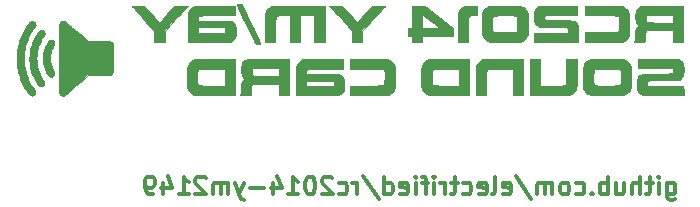
<source format=gbo>
G04 #@! TF.FileFunction,Legend,Bot*
%FSLAX46Y46*%
G04 Gerber Fmt 4.6, Leading zero omitted, Abs format (unit mm)*
G04 Created by KiCad (PCBNEW 4.0.6) date Sun Jul 16 10:48:13 2017*
%MOMM*%
%LPD*%
G01*
G04 APERTURE LIST*
%ADD10C,0.100000*%
%ADD11C,0.300000*%
%ADD12C,0.010000*%
G04 APERTURE END LIST*
D10*
D11*
X150019998Y-158428571D02*
X150019998Y-159642857D01*
X150091427Y-159785714D01*
X150162855Y-159857143D01*
X150305712Y-159928571D01*
X150519998Y-159928571D01*
X150662855Y-159857143D01*
X150019998Y-159357143D02*
X150162855Y-159428571D01*
X150448569Y-159428571D01*
X150591427Y-159357143D01*
X150662855Y-159285714D01*
X150734284Y-159142857D01*
X150734284Y-158714286D01*
X150662855Y-158571429D01*
X150591427Y-158500000D01*
X150448569Y-158428571D01*
X150162855Y-158428571D01*
X150019998Y-158500000D01*
X149305712Y-159428571D02*
X149305712Y-158428571D01*
X149305712Y-157928571D02*
X149377141Y-158000000D01*
X149305712Y-158071429D01*
X149234284Y-158000000D01*
X149305712Y-157928571D01*
X149305712Y-158071429D01*
X148805712Y-158428571D02*
X148234283Y-158428571D01*
X148591426Y-157928571D02*
X148591426Y-159214286D01*
X148519998Y-159357143D01*
X148377140Y-159428571D01*
X148234283Y-159428571D01*
X147734283Y-159428571D02*
X147734283Y-157928571D01*
X147091426Y-159428571D02*
X147091426Y-158642857D01*
X147162855Y-158500000D01*
X147305712Y-158428571D01*
X147519997Y-158428571D01*
X147662855Y-158500000D01*
X147734283Y-158571429D01*
X145734283Y-158428571D02*
X145734283Y-159428571D01*
X146377140Y-158428571D02*
X146377140Y-159214286D01*
X146305712Y-159357143D01*
X146162854Y-159428571D01*
X145948569Y-159428571D01*
X145805712Y-159357143D01*
X145734283Y-159285714D01*
X145019997Y-159428571D02*
X145019997Y-157928571D01*
X145019997Y-158500000D02*
X144877140Y-158428571D01*
X144591426Y-158428571D01*
X144448569Y-158500000D01*
X144377140Y-158571429D01*
X144305711Y-158714286D01*
X144305711Y-159142857D01*
X144377140Y-159285714D01*
X144448569Y-159357143D01*
X144591426Y-159428571D01*
X144877140Y-159428571D01*
X145019997Y-159357143D01*
X143662854Y-159285714D02*
X143591426Y-159357143D01*
X143662854Y-159428571D01*
X143734283Y-159357143D01*
X143662854Y-159285714D01*
X143662854Y-159428571D01*
X142305711Y-159357143D02*
X142448568Y-159428571D01*
X142734282Y-159428571D01*
X142877140Y-159357143D01*
X142948568Y-159285714D01*
X143019997Y-159142857D01*
X143019997Y-158714286D01*
X142948568Y-158571429D01*
X142877140Y-158500000D01*
X142734282Y-158428571D01*
X142448568Y-158428571D01*
X142305711Y-158500000D01*
X141448568Y-159428571D02*
X141591426Y-159357143D01*
X141662854Y-159285714D01*
X141734283Y-159142857D01*
X141734283Y-158714286D01*
X141662854Y-158571429D01*
X141591426Y-158500000D01*
X141448568Y-158428571D01*
X141234283Y-158428571D01*
X141091426Y-158500000D01*
X141019997Y-158571429D01*
X140948568Y-158714286D01*
X140948568Y-159142857D01*
X141019997Y-159285714D01*
X141091426Y-159357143D01*
X141234283Y-159428571D01*
X141448568Y-159428571D01*
X140305711Y-159428571D02*
X140305711Y-158428571D01*
X140305711Y-158571429D02*
X140234283Y-158500000D01*
X140091425Y-158428571D01*
X139877140Y-158428571D01*
X139734283Y-158500000D01*
X139662854Y-158642857D01*
X139662854Y-159428571D01*
X139662854Y-158642857D02*
X139591425Y-158500000D01*
X139448568Y-158428571D01*
X139234283Y-158428571D01*
X139091425Y-158500000D01*
X139019997Y-158642857D01*
X139019997Y-159428571D01*
X137234283Y-157857143D02*
X138519997Y-159785714D01*
X136162854Y-159357143D02*
X136305711Y-159428571D01*
X136591425Y-159428571D01*
X136734282Y-159357143D01*
X136805711Y-159214286D01*
X136805711Y-158642857D01*
X136734282Y-158500000D01*
X136591425Y-158428571D01*
X136305711Y-158428571D01*
X136162854Y-158500000D01*
X136091425Y-158642857D01*
X136091425Y-158785714D01*
X136805711Y-158928571D01*
X135234282Y-159428571D02*
X135377140Y-159357143D01*
X135448568Y-159214286D01*
X135448568Y-157928571D01*
X134091426Y-159357143D02*
X134234283Y-159428571D01*
X134519997Y-159428571D01*
X134662854Y-159357143D01*
X134734283Y-159214286D01*
X134734283Y-158642857D01*
X134662854Y-158500000D01*
X134519997Y-158428571D01*
X134234283Y-158428571D01*
X134091426Y-158500000D01*
X134019997Y-158642857D01*
X134019997Y-158785714D01*
X134734283Y-158928571D01*
X132734283Y-159357143D02*
X132877140Y-159428571D01*
X133162854Y-159428571D01*
X133305712Y-159357143D01*
X133377140Y-159285714D01*
X133448569Y-159142857D01*
X133448569Y-158714286D01*
X133377140Y-158571429D01*
X133305712Y-158500000D01*
X133162854Y-158428571D01*
X132877140Y-158428571D01*
X132734283Y-158500000D01*
X132305712Y-158428571D02*
X131734283Y-158428571D01*
X132091426Y-157928571D02*
X132091426Y-159214286D01*
X132019998Y-159357143D01*
X131877140Y-159428571D01*
X131734283Y-159428571D01*
X131234283Y-159428571D02*
X131234283Y-158428571D01*
X131234283Y-158714286D02*
X131162855Y-158571429D01*
X131091426Y-158500000D01*
X130948569Y-158428571D01*
X130805712Y-158428571D01*
X130305712Y-159428571D02*
X130305712Y-158428571D01*
X130305712Y-157928571D02*
X130377141Y-158000000D01*
X130305712Y-158071429D01*
X130234284Y-158000000D01*
X130305712Y-157928571D01*
X130305712Y-158071429D01*
X129805712Y-158428571D02*
X129234283Y-158428571D01*
X129591426Y-159428571D02*
X129591426Y-158142857D01*
X129519998Y-158000000D01*
X129377140Y-157928571D01*
X129234283Y-157928571D01*
X128734283Y-159428571D02*
X128734283Y-158428571D01*
X128734283Y-157928571D02*
X128805712Y-158000000D01*
X128734283Y-158071429D01*
X128662855Y-158000000D01*
X128734283Y-157928571D01*
X128734283Y-158071429D01*
X127448569Y-159357143D02*
X127591426Y-159428571D01*
X127877140Y-159428571D01*
X128019997Y-159357143D01*
X128091426Y-159214286D01*
X128091426Y-158642857D01*
X128019997Y-158500000D01*
X127877140Y-158428571D01*
X127591426Y-158428571D01*
X127448569Y-158500000D01*
X127377140Y-158642857D01*
X127377140Y-158785714D01*
X128091426Y-158928571D01*
X126091426Y-159428571D02*
X126091426Y-157928571D01*
X126091426Y-159357143D02*
X126234283Y-159428571D01*
X126519997Y-159428571D01*
X126662855Y-159357143D01*
X126734283Y-159285714D01*
X126805712Y-159142857D01*
X126805712Y-158714286D01*
X126734283Y-158571429D01*
X126662855Y-158500000D01*
X126519997Y-158428571D01*
X126234283Y-158428571D01*
X126091426Y-158500000D01*
X124305712Y-157857143D02*
X125591426Y-159785714D01*
X123805711Y-159428571D02*
X123805711Y-158428571D01*
X123805711Y-158714286D02*
X123734283Y-158571429D01*
X123662854Y-158500000D01*
X123519997Y-158428571D01*
X123377140Y-158428571D01*
X122234283Y-159357143D02*
X122377140Y-159428571D01*
X122662854Y-159428571D01*
X122805712Y-159357143D01*
X122877140Y-159285714D01*
X122948569Y-159142857D01*
X122948569Y-158714286D01*
X122877140Y-158571429D01*
X122805712Y-158500000D01*
X122662854Y-158428571D01*
X122377140Y-158428571D01*
X122234283Y-158500000D01*
X121662855Y-158071429D02*
X121591426Y-158000000D01*
X121448569Y-157928571D01*
X121091426Y-157928571D01*
X120948569Y-158000000D01*
X120877140Y-158071429D01*
X120805712Y-158214286D01*
X120805712Y-158357143D01*
X120877140Y-158571429D01*
X121734283Y-159428571D01*
X120805712Y-159428571D01*
X119877141Y-157928571D02*
X119734284Y-157928571D01*
X119591427Y-158000000D01*
X119519998Y-158071429D01*
X119448569Y-158214286D01*
X119377141Y-158500000D01*
X119377141Y-158857143D01*
X119448569Y-159142857D01*
X119519998Y-159285714D01*
X119591427Y-159357143D01*
X119734284Y-159428571D01*
X119877141Y-159428571D01*
X120019998Y-159357143D01*
X120091427Y-159285714D01*
X120162855Y-159142857D01*
X120234284Y-158857143D01*
X120234284Y-158500000D01*
X120162855Y-158214286D01*
X120091427Y-158071429D01*
X120019998Y-158000000D01*
X119877141Y-157928571D01*
X117948570Y-159428571D02*
X118805713Y-159428571D01*
X118377141Y-159428571D02*
X118377141Y-157928571D01*
X118519998Y-158142857D01*
X118662856Y-158285714D01*
X118805713Y-158357143D01*
X116662856Y-158428571D02*
X116662856Y-159428571D01*
X117019999Y-157857143D02*
X117377142Y-158928571D01*
X116448570Y-158928571D01*
X115877142Y-158857143D02*
X114734285Y-158857143D01*
X114162856Y-158428571D02*
X113805713Y-159428571D01*
X113448571Y-158428571D02*
X113805713Y-159428571D01*
X113948571Y-159785714D01*
X114019999Y-159857143D01*
X114162856Y-159928571D01*
X112877142Y-159428571D02*
X112877142Y-158428571D01*
X112877142Y-158571429D02*
X112805714Y-158500000D01*
X112662856Y-158428571D01*
X112448571Y-158428571D01*
X112305714Y-158500000D01*
X112234285Y-158642857D01*
X112234285Y-159428571D01*
X112234285Y-158642857D02*
X112162856Y-158500000D01*
X112019999Y-158428571D01*
X111805714Y-158428571D01*
X111662856Y-158500000D01*
X111591428Y-158642857D01*
X111591428Y-159428571D01*
X110948571Y-158071429D02*
X110877142Y-158000000D01*
X110734285Y-157928571D01*
X110377142Y-157928571D01*
X110234285Y-158000000D01*
X110162856Y-158071429D01*
X110091428Y-158214286D01*
X110091428Y-158357143D01*
X110162856Y-158571429D01*
X111019999Y-159428571D01*
X110091428Y-159428571D01*
X108662857Y-159428571D02*
X109520000Y-159428571D01*
X109091428Y-159428571D02*
X109091428Y-157928571D01*
X109234285Y-158142857D01*
X109377143Y-158285714D01*
X109520000Y-158357143D01*
X107377143Y-158428571D02*
X107377143Y-159428571D01*
X107734286Y-157857143D02*
X108091429Y-158928571D01*
X107162857Y-158928571D01*
X106520001Y-159428571D02*
X106234286Y-159428571D01*
X106091429Y-159357143D01*
X106020001Y-159285714D01*
X105877143Y-159071429D01*
X105805715Y-158785714D01*
X105805715Y-158214286D01*
X105877143Y-158071429D01*
X105948572Y-158000000D01*
X106091429Y-157928571D01*
X106377143Y-157928571D01*
X106520001Y-158000000D01*
X106591429Y-158071429D01*
X106662858Y-158214286D01*
X106662858Y-158571429D01*
X106591429Y-158714286D01*
X106520001Y-158785714D01*
X106377143Y-158857143D01*
X106091429Y-158857143D01*
X105948572Y-158785714D01*
X105877143Y-158714286D01*
X105805715Y-158571429D01*
D12*
G36*
X98822092Y-144728368D02*
X98792931Y-144733783D01*
X98786156Y-144735716D01*
X98739828Y-144754085D01*
X98698301Y-144778528D01*
X98661978Y-144808577D01*
X98631260Y-144843760D01*
X98606552Y-144883606D01*
X98588255Y-144927646D01*
X98576773Y-144975407D01*
X98575852Y-144981514D01*
X98575556Y-144986221D01*
X98575274Y-144996123D01*
X98575006Y-145011309D01*
X98574751Y-145031873D01*
X98574510Y-145057907D01*
X98574283Y-145089502D01*
X98574069Y-145126751D01*
X98573868Y-145169745D01*
X98573680Y-145218577D01*
X98573506Y-145273339D01*
X98573344Y-145334122D01*
X98573196Y-145401019D01*
X98573060Y-145474122D01*
X98572937Y-145553523D01*
X98572826Y-145639313D01*
X98572728Y-145731585D01*
X98572642Y-145830430D01*
X98572569Y-145935942D01*
X98572508Y-146048211D01*
X98572458Y-146167331D01*
X98572421Y-146293392D01*
X98572396Y-146426487D01*
X98572383Y-146566708D01*
X98572381Y-146714146D01*
X98572391Y-146868895D01*
X98572412Y-147031046D01*
X98572445Y-147200691D01*
X98572488Y-147377921D01*
X98572544Y-147562830D01*
X98572610Y-147755509D01*
X98572672Y-147919282D01*
X98572745Y-148101636D01*
X98572817Y-148276223D01*
X98572887Y-148443213D01*
X98572956Y-148602777D01*
X98573025Y-148755083D01*
X98573095Y-148900303D01*
X98573164Y-149038607D01*
X98573236Y-149170164D01*
X98573308Y-149295146D01*
X98573383Y-149413722D01*
X98573461Y-149526062D01*
X98573541Y-149632337D01*
X98573625Y-149732717D01*
X98573713Y-149827372D01*
X98573806Y-149916472D01*
X98573903Y-150000187D01*
X98574006Y-150078688D01*
X98574115Y-150152145D01*
X98574230Y-150220728D01*
X98574353Y-150284607D01*
X98574482Y-150343952D01*
X98574619Y-150398935D01*
X98574765Y-150449723D01*
X98574920Y-150496489D01*
X98575083Y-150539402D01*
X98575257Y-150578633D01*
X98575441Y-150614351D01*
X98575635Y-150646726D01*
X98575841Y-150675930D01*
X98576058Y-150702132D01*
X98576288Y-150725502D01*
X98576530Y-150746210D01*
X98576785Y-150764428D01*
X98577054Y-150780324D01*
X98577337Y-150794070D01*
X98577634Y-150805834D01*
X98577946Y-150815789D01*
X98578274Y-150824103D01*
X98578618Y-150830947D01*
X98578978Y-150836491D01*
X98579355Y-150840905D01*
X98579750Y-150844360D01*
X98580162Y-150847025D01*
X98580593Y-150849071D01*
X98580899Y-150850203D01*
X98588282Y-150871457D01*
X98598259Y-150895312D01*
X98609461Y-150918801D01*
X98620522Y-150938955D01*
X98625119Y-150946189D01*
X98640407Y-150965654D01*
X98660294Y-150986521D01*
X98682366Y-151006473D01*
X98704211Y-151023191D01*
X98707720Y-151025540D01*
X98748719Y-151047751D01*
X98792908Y-151063312D01*
X98838921Y-151071930D01*
X98885392Y-151073316D01*
X98916646Y-151069964D01*
X98948757Y-151062236D01*
X98982418Y-151049983D01*
X99013896Y-151034606D01*
X99019542Y-151031316D01*
X99025032Y-151027216D01*
X99036377Y-151018022D01*
X99053445Y-151003848D01*
X99076101Y-150984809D01*
X99104213Y-150961019D01*
X99137647Y-150932594D01*
X99176268Y-150899647D01*
X99219945Y-150862293D01*
X99268543Y-150820647D01*
X99321929Y-150774824D01*
X99379970Y-150724938D01*
X99442531Y-150671103D01*
X99509480Y-150613435D01*
X99580682Y-150552048D01*
X99656005Y-150487056D01*
X99735316Y-150418574D01*
X99818479Y-150346717D01*
X99905363Y-150271600D01*
X99995833Y-150193336D01*
X100034328Y-150160022D01*
X101022547Y-149304711D01*
X101920127Y-149304543D01*
X102021367Y-149304527D01*
X102114984Y-149304513D01*
X102201292Y-149304495D01*
X102280606Y-149304465D01*
X102353240Y-149304417D01*
X102419508Y-149304344D01*
X102479725Y-149304240D01*
X102534206Y-149304096D01*
X102583264Y-149303907D01*
X102627214Y-149303666D01*
X102666370Y-149303366D01*
X102701047Y-149302999D01*
X102731559Y-149302560D01*
X102758221Y-149302041D01*
X102781346Y-149301435D01*
X102801250Y-149300736D01*
X102818247Y-149299936D01*
X102832650Y-149299030D01*
X102844776Y-149298009D01*
X102854937Y-149296868D01*
X102863448Y-149295599D01*
X102870623Y-149294196D01*
X102876778Y-149292651D01*
X102882226Y-149290958D01*
X102887282Y-149289111D01*
X102892260Y-149287101D01*
X102897475Y-149284923D01*
X102901707Y-149283184D01*
X102936377Y-149266862D01*
X102966985Y-149247045D01*
X102996414Y-149221819D01*
X103001297Y-149217063D01*
X103032598Y-149181182D01*
X103057248Y-149141711D01*
X103075154Y-149099985D01*
X103086297Y-149068235D01*
X103087393Y-147899438D01*
X103087507Y-147783632D01*
X103087622Y-147675491D01*
X103087731Y-147574742D01*
X103087829Y-147481113D01*
X103087909Y-147394330D01*
X103087967Y-147314123D01*
X103087997Y-147240216D01*
X103087992Y-147172339D01*
X103087947Y-147110219D01*
X103087856Y-147053582D01*
X103087714Y-147002157D01*
X103087514Y-146955670D01*
X103087250Y-146913849D01*
X103086918Y-146876421D01*
X103086511Y-146843114D01*
X103086024Y-146813655D01*
X103085450Y-146787772D01*
X103084784Y-146765191D01*
X103084021Y-146745641D01*
X103083153Y-146728848D01*
X103082177Y-146714540D01*
X103081085Y-146702444D01*
X103079872Y-146692288D01*
X103078533Y-146683799D01*
X103077061Y-146676705D01*
X103075451Y-146670732D01*
X103073696Y-146665608D01*
X103071792Y-146661061D01*
X103069733Y-146656818D01*
X103067512Y-146652606D01*
X103065124Y-146648153D01*
X103062563Y-146643186D01*
X103060712Y-146639360D01*
X103036725Y-146597247D01*
X103006799Y-146560240D01*
X102971345Y-146528684D01*
X102930774Y-146502921D01*
X102885497Y-146483296D01*
X102867169Y-146477526D01*
X102836266Y-146468740D01*
X101914393Y-146467640D01*
X100992521Y-146466540D01*
X100025166Y-145629856D01*
X99949128Y-145564099D01*
X99874536Y-145499610D01*
X99801621Y-145436590D01*
X99730613Y-145375234D01*
X99661740Y-145315743D01*
X99595234Y-145258313D01*
X99531323Y-145203143D01*
X99470239Y-145150431D01*
X99412210Y-145100375D01*
X99357467Y-145053173D01*
X99306239Y-145009024D01*
X99258756Y-144968125D01*
X99215249Y-144930675D01*
X99175947Y-144896871D01*
X99141079Y-144866912D01*
X99110877Y-144840997D01*
X99085569Y-144819322D01*
X99065386Y-144802087D01*
X99050557Y-144789489D01*
X99041313Y-144781726D01*
X99038069Y-144779114D01*
X99005656Y-144759016D01*
X98970038Y-144743043D01*
X98948775Y-144735737D01*
X98921193Y-144729541D01*
X98889021Y-144726247D01*
X98855055Y-144725856D01*
X98822092Y-144728368D01*
X98822092Y-144728368D01*
G37*
X98822092Y-144728368D02*
X98792931Y-144733783D01*
X98786156Y-144735716D01*
X98739828Y-144754085D01*
X98698301Y-144778528D01*
X98661978Y-144808577D01*
X98631260Y-144843760D01*
X98606552Y-144883606D01*
X98588255Y-144927646D01*
X98576773Y-144975407D01*
X98575852Y-144981514D01*
X98575556Y-144986221D01*
X98575274Y-144996123D01*
X98575006Y-145011309D01*
X98574751Y-145031873D01*
X98574510Y-145057907D01*
X98574283Y-145089502D01*
X98574069Y-145126751D01*
X98573868Y-145169745D01*
X98573680Y-145218577D01*
X98573506Y-145273339D01*
X98573344Y-145334122D01*
X98573196Y-145401019D01*
X98573060Y-145474122D01*
X98572937Y-145553523D01*
X98572826Y-145639313D01*
X98572728Y-145731585D01*
X98572642Y-145830430D01*
X98572569Y-145935942D01*
X98572508Y-146048211D01*
X98572458Y-146167331D01*
X98572421Y-146293392D01*
X98572396Y-146426487D01*
X98572383Y-146566708D01*
X98572381Y-146714146D01*
X98572391Y-146868895D01*
X98572412Y-147031046D01*
X98572445Y-147200691D01*
X98572488Y-147377921D01*
X98572544Y-147562830D01*
X98572610Y-147755509D01*
X98572672Y-147919282D01*
X98572745Y-148101636D01*
X98572817Y-148276223D01*
X98572887Y-148443213D01*
X98572956Y-148602777D01*
X98573025Y-148755083D01*
X98573095Y-148900303D01*
X98573164Y-149038607D01*
X98573236Y-149170164D01*
X98573308Y-149295146D01*
X98573383Y-149413722D01*
X98573461Y-149526062D01*
X98573541Y-149632337D01*
X98573625Y-149732717D01*
X98573713Y-149827372D01*
X98573806Y-149916472D01*
X98573903Y-150000187D01*
X98574006Y-150078688D01*
X98574115Y-150152145D01*
X98574230Y-150220728D01*
X98574353Y-150284607D01*
X98574482Y-150343952D01*
X98574619Y-150398935D01*
X98574765Y-150449723D01*
X98574920Y-150496489D01*
X98575083Y-150539402D01*
X98575257Y-150578633D01*
X98575441Y-150614351D01*
X98575635Y-150646726D01*
X98575841Y-150675930D01*
X98576058Y-150702132D01*
X98576288Y-150725502D01*
X98576530Y-150746210D01*
X98576785Y-150764428D01*
X98577054Y-150780324D01*
X98577337Y-150794070D01*
X98577634Y-150805834D01*
X98577946Y-150815789D01*
X98578274Y-150824103D01*
X98578618Y-150830947D01*
X98578978Y-150836491D01*
X98579355Y-150840905D01*
X98579750Y-150844360D01*
X98580162Y-150847025D01*
X98580593Y-150849071D01*
X98580899Y-150850203D01*
X98588282Y-150871457D01*
X98598259Y-150895312D01*
X98609461Y-150918801D01*
X98620522Y-150938955D01*
X98625119Y-150946189D01*
X98640407Y-150965654D01*
X98660294Y-150986521D01*
X98682366Y-151006473D01*
X98704211Y-151023191D01*
X98707720Y-151025540D01*
X98748719Y-151047751D01*
X98792908Y-151063312D01*
X98838921Y-151071930D01*
X98885392Y-151073316D01*
X98916646Y-151069964D01*
X98948757Y-151062236D01*
X98982418Y-151049983D01*
X99013896Y-151034606D01*
X99019542Y-151031316D01*
X99025032Y-151027216D01*
X99036377Y-151018022D01*
X99053445Y-151003848D01*
X99076101Y-150984809D01*
X99104213Y-150961019D01*
X99137647Y-150932594D01*
X99176268Y-150899647D01*
X99219945Y-150862293D01*
X99268543Y-150820647D01*
X99321929Y-150774824D01*
X99379970Y-150724938D01*
X99442531Y-150671103D01*
X99509480Y-150613435D01*
X99580682Y-150552048D01*
X99656005Y-150487056D01*
X99735316Y-150418574D01*
X99818479Y-150346717D01*
X99905363Y-150271600D01*
X99995833Y-150193336D01*
X100034328Y-150160022D01*
X101022547Y-149304711D01*
X101920127Y-149304543D01*
X102021367Y-149304527D01*
X102114984Y-149304513D01*
X102201292Y-149304495D01*
X102280606Y-149304465D01*
X102353240Y-149304417D01*
X102419508Y-149304344D01*
X102479725Y-149304240D01*
X102534206Y-149304096D01*
X102583264Y-149303907D01*
X102627214Y-149303666D01*
X102666370Y-149303366D01*
X102701047Y-149302999D01*
X102731559Y-149302560D01*
X102758221Y-149302041D01*
X102781346Y-149301435D01*
X102801250Y-149300736D01*
X102818247Y-149299936D01*
X102832650Y-149299030D01*
X102844776Y-149298009D01*
X102854937Y-149296868D01*
X102863448Y-149295599D01*
X102870623Y-149294196D01*
X102876778Y-149292651D01*
X102882226Y-149290958D01*
X102887282Y-149289111D01*
X102892260Y-149287101D01*
X102897475Y-149284923D01*
X102901707Y-149283184D01*
X102936377Y-149266862D01*
X102966985Y-149247045D01*
X102996414Y-149221819D01*
X103001297Y-149217063D01*
X103032598Y-149181182D01*
X103057248Y-149141711D01*
X103075154Y-149099985D01*
X103086297Y-149068235D01*
X103087393Y-147899438D01*
X103087507Y-147783632D01*
X103087622Y-147675491D01*
X103087731Y-147574742D01*
X103087829Y-147481113D01*
X103087909Y-147394330D01*
X103087967Y-147314123D01*
X103087997Y-147240216D01*
X103087992Y-147172339D01*
X103087947Y-147110219D01*
X103087856Y-147053582D01*
X103087714Y-147002157D01*
X103087514Y-146955670D01*
X103087250Y-146913849D01*
X103086918Y-146876421D01*
X103086511Y-146843114D01*
X103086024Y-146813655D01*
X103085450Y-146787772D01*
X103084784Y-146765191D01*
X103084021Y-146745641D01*
X103083153Y-146728848D01*
X103082177Y-146714540D01*
X103081085Y-146702444D01*
X103079872Y-146692288D01*
X103078533Y-146683799D01*
X103077061Y-146676705D01*
X103075451Y-146670732D01*
X103073696Y-146665608D01*
X103071792Y-146661061D01*
X103069733Y-146656818D01*
X103067512Y-146652606D01*
X103065124Y-146648153D01*
X103062563Y-146643186D01*
X103060712Y-146639360D01*
X103036725Y-146597247D01*
X103006799Y-146560240D01*
X102971345Y-146528684D01*
X102930774Y-146502921D01*
X102885497Y-146483296D01*
X102867169Y-146477526D01*
X102836266Y-146468740D01*
X101914393Y-146467640D01*
X100992521Y-146466540D01*
X100025166Y-145629856D01*
X99949128Y-145564099D01*
X99874536Y-145499610D01*
X99801621Y-145436590D01*
X99730613Y-145375234D01*
X99661740Y-145315743D01*
X99595234Y-145258313D01*
X99531323Y-145203143D01*
X99470239Y-145150431D01*
X99412210Y-145100375D01*
X99357467Y-145053173D01*
X99306239Y-145009024D01*
X99258756Y-144968125D01*
X99215249Y-144930675D01*
X99175947Y-144896871D01*
X99141079Y-144866912D01*
X99110877Y-144840997D01*
X99085569Y-144819322D01*
X99065386Y-144802087D01*
X99050557Y-144789489D01*
X99041313Y-144781726D01*
X99038069Y-144779114D01*
X99005656Y-144759016D01*
X98970038Y-144743043D01*
X98948775Y-144735737D01*
X98921193Y-144729541D01*
X98889021Y-144726247D01*
X98855055Y-144725856D01*
X98822092Y-144728368D01*
G36*
X96193940Y-144759667D02*
X96149925Y-144772600D01*
X96106621Y-144792857D01*
X96100390Y-144796452D01*
X96081055Y-144809812D01*
X96059954Y-144828196D01*
X96036642Y-144852070D01*
X96010673Y-144881899D01*
X95981604Y-144918148D01*
X95971853Y-144930813D01*
X95853224Y-145092583D01*
X95741812Y-145257615D01*
X95637648Y-145425827D01*
X95540764Y-145597138D01*
X95451191Y-145771466D01*
X95368960Y-145948729D01*
X95294103Y-146128847D01*
X95226650Y-146311737D01*
X95166632Y-146497319D01*
X95114081Y-146685511D01*
X95069029Y-146876232D01*
X95031505Y-147069399D01*
X95001541Y-147264933D01*
X94979169Y-147462750D01*
X94972372Y-147542250D01*
X94966629Y-147630665D01*
X94962586Y-147724911D01*
X94960243Y-147823068D01*
X94959600Y-147923214D01*
X94960657Y-148023429D01*
X94963414Y-148121790D01*
X94967870Y-148216377D01*
X94972383Y-148284407D01*
X94991172Y-148480543D01*
X95017714Y-148675104D01*
X95051947Y-148867915D01*
X95093812Y-149058799D01*
X95143249Y-149247583D01*
X95200196Y-149434091D01*
X95264593Y-149618148D01*
X95336381Y-149799580D01*
X95415498Y-149978210D01*
X95501883Y-150153865D01*
X95595478Y-150326368D01*
X95696220Y-150495546D01*
X95781638Y-150627953D01*
X95806965Y-150665436D01*
X95833521Y-150703925D01*
X95860745Y-150742665D01*
X95888076Y-150780898D01*
X95914953Y-150817867D01*
X95940816Y-150852815D01*
X95965105Y-150884985D01*
X95987258Y-150913619D01*
X96006716Y-150937960D01*
X96022917Y-150957252D01*
X96035302Y-150970737D01*
X96035817Y-150971251D01*
X96071588Y-151001433D01*
X96111485Y-151025512D01*
X96154431Y-151043125D01*
X96199347Y-151053910D01*
X96245155Y-151057505D01*
X96283952Y-151054642D01*
X96328507Y-151044355D01*
X96373412Y-151026462D01*
X96383078Y-151021650D01*
X96411422Y-151003929D01*
X96439846Y-150980563D01*
X96466342Y-150953563D01*
X96488898Y-150924940D01*
X96503093Y-150901573D01*
X96522702Y-150855598D01*
X96534430Y-150808999D01*
X96538265Y-150761969D01*
X96534193Y-150714704D01*
X96522201Y-150667395D01*
X96519675Y-150660188D01*
X96514597Y-150647349D01*
X96508460Y-150634316D01*
X96500710Y-150620241D01*
X96490795Y-150604275D01*
X96478163Y-150585572D01*
X96462259Y-150563285D01*
X96442532Y-150536565D01*
X96418429Y-150504565D01*
X96416487Y-150502005D01*
X96309314Y-150354188D01*
X96208586Y-150201756D01*
X96114355Y-150044800D01*
X96026674Y-149883409D01*
X95945595Y-149717672D01*
X95894043Y-149602032D01*
X95825863Y-149432949D01*
X95765097Y-149261212D01*
X95711783Y-149087092D01*
X95665957Y-148910860D01*
X95627655Y-148732786D01*
X95596912Y-148553140D01*
X95573765Y-148372194D01*
X95558250Y-148190218D01*
X95550403Y-148007482D01*
X95550261Y-147824257D01*
X95557859Y-147640815D01*
X95573234Y-147457424D01*
X95589628Y-147321985D01*
X95618440Y-147140814D01*
X95654981Y-146961300D01*
X95699176Y-146783658D01*
X95750947Y-146608106D01*
X95810220Y-146434860D01*
X95876917Y-146264136D01*
X95950963Y-146096150D01*
X96032282Y-145931119D01*
X96120796Y-145769259D01*
X96159825Y-145702735D01*
X96219846Y-145605812D01*
X96285016Y-145506746D01*
X96353832Y-145407727D01*
X96424792Y-145310945D01*
X96461845Y-145262480D01*
X96488441Y-145226674D01*
X96509442Y-145194602D01*
X96525382Y-145164950D01*
X96536795Y-145136408D01*
X96544215Y-145107664D01*
X96548176Y-145077406D01*
X96549225Y-145047891D01*
X96545608Y-145000335D01*
X96535174Y-144955888D01*
X96518552Y-144914900D01*
X96496368Y-144877723D01*
X96469250Y-144844709D01*
X96437824Y-144816208D01*
X96402718Y-144792572D01*
X96364559Y-144774153D01*
X96323975Y-144761301D01*
X96281592Y-144754369D01*
X96238038Y-144753707D01*
X96193940Y-144759667D01*
X96193940Y-144759667D01*
G37*
X96193940Y-144759667D02*
X96149925Y-144772600D01*
X96106621Y-144792857D01*
X96100390Y-144796452D01*
X96081055Y-144809812D01*
X96059954Y-144828196D01*
X96036642Y-144852070D01*
X96010673Y-144881899D01*
X95981604Y-144918148D01*
X95971853Y-144930813D01*
X95853224Y-145092583D01*
X95741812Y-145257615D01*
X95637648Y-145425827D01*
X95540764Y-145597138D01*
X95451191Y-145771466D01*
X95368960Y-145948729D01*
X95294103Y-146128847D01*
X95226650Y-146311737D01*
X95166632Y-146497319D01*
X95114081Y-146685511D01*
X95069029Y-146876232D01*
X95031505Y-147069399D01*
X95001541Y-147264933D01*
X94979169Y-147462750D01*
X94972372Y-147542250D01*
X94966629Y-147630665D01*
X94962586Y-147724911D01*
X94960243Y-147823068D01*
X94959600Y-147923214D01*
X94960657Y-148023429D01*
X94963414Y-148121790D01*
X94967870Y-148216377D01*
X94972383Y-148284407D01*
X94991172Y-148480543D01*
X95017714Y-148675104D01*
X95051947Y-148867915D01*
X95093812Y-149058799D01*
X95143249Y-149247583D01*
X95200196Y-149434091D01*
X95264593Y-149618148D01*
X95336381Y-149799580D01*
X95415498Y-149978210D01*
X95501883Y-150153865D01*
X95595478Y-150326368D01*
X95696220Y-150495546D01*
X95781638Y-150627953D01*
X95806965Y-150665436D01*
X95833521Y-150703925D01*
X95860745Y-150742665D01*
X95888076Y-150780898D01*
X95914953Y-150817867D01*
X95940816Y-150852815D01*
X95965105Y-150884985D01*
X95987258Y-150913619D01*
X96006716Y-150937960D01*
X96022917Y-150957252D01*
X96035302Y-150970737D01*
X96035817Y-150971251D01*
X96071588Y-151001433D01*
X96111485Y-151025512D01*
X96154431Y-151043125D01*
X96199347Y-151053910D01*
X96245155Y-151057505D01*
X96283952Y-151054642D01*
X96328507Y-151044355D01*
X96373412Y-151026462D01*
X96383078Y-151021650D01*
X96411422Y-151003929D01*
X96439846Y-150980563D01*
X96466342Y-150953563D01*
X96488898Y-150924940D01*
X96503093Y-150901573D01*
X96522702Y-150855598D01*
X96534430Y-150808999D01*
X96538265Y-150761969D01*
X96534193Y-150714704D01*
X96522201Y-150667395D01*
X96519675Y-150660188D01*
X96514597Y-150647349D01*
X96508460Y-150634316D01*
X96500710Y-150620241D01*
X96490795Y-150604275D01*
X96478163Y-150585572D01*
X96462259Y-150563285D01*
X96442532Y-150536565D01*
X96418429Y-150504565D01*
X96416487Y-150502005D01*
X96309314Y-150354188D01*
X96208586Y-150201756D01*
X96114355Y-150044800D01*
X96026674Y-149883409D01*
X95945595Y-149717672D01*
X95894043Y-149602032D01*
X95825863Y-149432949D01*
X95765097Y-149261212D01*
X95711783Y-149087092D01*
X95665957Y-148910860D01*
X95627655Y-148732786D01*
X95596912Y-148553140D01*
X95573765Y-148372194D01*
X95558250Y-148190218D01*
X95550403Y-148007482D01*
X95550261Y-147824257D01*
X95557859Y-147640815D01*
X95573234Y-147457424D01*
X95589628Y-147321985D01*
X95618440Y-147140814D01*
X95654981Y-146961300D01*
X95699176Y-146783658D01*
X95750947Y-146608106D01*
X95810220Y-146434860D01*
X95876917Y-146264136D01*
X95950963Y-146096150D01*
X96032282Y-145931119D01*
X96120796Y-145769259D01*
X96159825Y-145702735D01*
X96219846Y-145605812D01*
X96285016Y-145506746D01*
X96353832Y-145407727D01*
X96424792Y-145310945D01*
X96461845Y-145262480D01*
X96488441Y-145226674D01*
X96509442Y-145194602D01*
X96525382Y-145164950D01*
X96536795Y-145136408D01*
X96544215Y-145107664D01*
X96548176Y-145077406D01*
X96549225Y-145047891D01*
X96545608Y-145000335D01*
X96535174Y-144955888D01*
X96518552Y-144914900D01*
X96496368Y-144877723D01*
X96469250Y-144844709D01*
X96437824Y-144816208D01*
X96402718Y-144792572D01*
X96364559Y-144774153D01*
X96323975Y-144761301D01*
X96281592Y-144754369D01*
X96238038Y-144753707D01*
X96193940Y-144759667D01*
G36*
X96977097Y-145524188D02*
X96932111Y-145534864D01*
X96889117Y-145552642D01*
X96852000Y-145575303D01*
X96834635Y-145588657D01*
X96818548Y-145603088D01*
X96802581Y-145619863D01*
X96785575Y-145640249D01*
X96766371Y-145665515D01*
X96754256Y-145682225D01*
X96655318Y-145827069D01*
X96563427Y-145975404D01*
X96478656Y-146127055D01*
X96401077Y-146281849D01*
X96330761Y-146439611D01*
X96267780Y-146600169D01*
X96212207Y-146763349D01*
X96164113Y-146928976D01*
X96123569Y-147096877D01*
X96090649Y-147266879D01*
X96085461Y-147298172D01*
X96073103Y-147378789D01*
X96062860Y-147455154D01*
X96054560Y-147529245D01*
X96048030Y-147603038D01*
X96043098Y-147678511D01*
X96039593Y-147757642D01*
X96037342Y-147842407D01*
X96037135Y-147853797D01*
X96038056Y-148027813D01*
X96046824Y-148200821D01*
X96063389Y-148372639D01*
X96087704Y-148543090D01*
X96119722Y-148711992D01*
X96159392Y-148879167D01*
X96206669Y-149044434D01*
X96261503Y-149207614D01*
X96323847Y-149368526D01*
X96393652Y-149526991D01*
X96470871Y-149682830D01*
X96555455Y-149835862D01*
X96576699Y-149871907D01*
X96595484Y-149902837D01*
X96616239Y-149936035D01*
X96638369Y-149970626D01*
X96661281Y-150005734D01*
X96684379Y-150040483D01*
X96707069Y-150073998D01*
X96728757Y-150105404D01*
X96748848Y-150133824D01*
X96766748Y-150158384D01*
X96781862Y-150178208D01*
X96793595Y-150192420D01*
X96796466Y-150195562D01*
X96831968Y-150227407D01*
X96872347Y-150253610D01*
X96916078Y-150273220D01*
X96926797Y-150276806D01*
X96953845Y-150282998D01*
X96985436Y-150286624D01*
X97018632Y-150287603D01*
X97050494Y-150285857D01*
X97078083Y-150281306D01*
X97079594Y-150280928D01*
X97126242Y-150265263D01*
X97168165Y-150243308D01*
X97205790Y-150214810D01*
X97227197Y-150193690D01*
X97257099Y-150156490D01*
X97279477Y-150117615D01*
X97294705Y-150076175D01*
X97303157Y-150031276D01*
X97304909Y-150008418D01*
X97305300Y-149979653D01*
X97303496Y-149953204D01*
X97299073Y-149927966D01*
X97291608Y-149902837D01*
X97280677Y-149876714D01*
X97265855Y-149848492D01*
X97246718Y-149817070D01*
X97222843Y-149781343D01*
X97211274Y-149764750D01*
X97123134Y-149632714D01*
X97041955Y-149497011D01*
X96967803Y-149357908D01*
X96900744Y-149215673D01*
X96840844Y-149070573D01*
X96788171Y-148922876D01*
X96742790Y-148772849D01*
X96704768Y-148620760D01*
X96674172Y-148466877D01*
X96651068Y-148311466D01*
X96635523Y-148154796D01*
X96627604Y-147997133D01*
X96627375Y-147838746D01*
X96634906Y-147679901D01*
X96650260Y-147520867D01*
X96651288Y-147512485D01*
X96674822Y-147354651D01*
X96706041Y-147198620D01*
X96744846Y-147044645D01*
X96791136Y-146892983D01*
X96844813Y-146743885D01*
X96905776Y-146597608D01*
X96973926Y-146454405D01*
X97049162Y-146314531D01*
X97131386Y-146178240D01*
X97220498Y-146045786D01*
X97233445Y-146027664D01*
X97257061Y-145993834D01*
X97275786Y-145964410D01*
X97290199Y-145938048D01*
X97300880Y-145913403D01*
X97308407Y-145889128D01*
X97313359Y-145863880D01*
X97316315Y-145836313D01*
X97316418Y-145834886D01*
X97315950Y-145787351D01*
X97308003Y-145741360D01*
X97292999Y-145697659D01*
X97271357Y-145656994D01*
X97243496Y-145620112D01*
X97209837Y-145587758D01*
X97170800Y-145560680D01*
X97158341Y-145553821D01*
X97114699Y-145535432D01*
X97069323Y-145524407D01*
X97023145Y-145520681D01*
X96977097Y-145524188D01*
X96977097Y-145524188D01*
G37*
X96977097Y-145524188D02*
X96932111Y-145534864D01*
X96889117Y-145552642D01*
X96852000Y-145575303D01*
X96834635Y-145588657D01*
X96818548Y-145603088D01*
X96802581Y-145619863D01*
X96785575Y-145640249D01*
X96766371Y-145665515D01*
X96754256Y-145682225D01*
X96655318Y-145827069D01*
X96563427Y-145975404D01*
X96478656Y-146127055D01*
X96401077Y-146281849D01*
X96330761Y-146439611D01*
X96267780Y-146600169D01*
X96212207Y-146763349D01*
X96164113Y-146928976D01*
X96123569Y-147096877D01*
X96090649Y-147266879D01*
X96085461Y-147298172D01*
X96073103Y-147378789D01*
X96062860Y-147455154D01*
X96054560Y-147529245D01*
X96048030Y-147603038D01*
X96043098Y-147678511D01*
X96039593Y-147757642D01*
X96037342Y-147842407D01*
X96037135Y-147853797D01*
X96038056Y-148027813D01*
X96046824Y-148200821D01*
X96063389Y-148372639D01*
X96087704Y-148543090D01*
X96119722Y-148711992D01*
X96159392Y-148879167D01*
X96206669Y-149044434D01*
X96261503Y-149207614D01*
X96323847Y-149368526D01*
X96393652Y-149526991D01*
X96470871Y-149682830D01*
X96555455Y-149835862D01*
X96576699Y-149871907D01*
X96595484Y-149902837D01*
X96616239Y-149936035D01*
X96638369Y-149970626D01*
X96661281Y-150005734D01*
X96684379Y-150040483D01*
X96707069Y-150073998D01*
X96728757Y-150105404D01*
X96748848Y-150133824D01*
X96766748Y-150158384D01*
X96781862Y-150178208D01*
X96793595Y-150192420D01*
X96796466Y-150195562D01*
X96831968Y-150227407D01*
X96872347Y-150253610D01*
X96916078Y-150273220D01*
X96926797Y-150276806D01*
X96953845Y-150282998D01*
X96985436Y-150286624D01*
X97018632Y-150287603D01*
X97050494Y-150285857D01*
X97078083Y-150281306D01*
X97079594Y-150280928D01*
X97126242Y-150265263D01*
X97168165Y-150243308D01*
X97205790Y-150214810D01*
X97227197Y-150193690D01*
X97257099Y-150156490D01*
X97279477Y-150117615D01*
X97294705Y-150076175D01*
X97303157Y-150031276D01*
X97304909Y-150008418D01*
X97305300Y-149979653D01*
X97303496Y-149953204D01*
X97299073Y-149927966D01*
X97291608Y-149902837D01*
X97280677Y-149876714D01*
X97265855Y-149848492D01*
X97246718Y-149817070D01*
X97222843Y-149781343D01*
X97211274Y-149764750D01*
X97123134Y-149632714D01*
X97041955Y-149497011D01*
X96967803Y-149357908D01*
X96900744Y-149215673D01*
X96840844Y-149070573D01*
X96788171Y-148922876D01*
X96742790Y-148772849D01*
X96704768Y-148620760D01*
X96674172Y-148466877D01*
X96651068Y-148311466D01*
X96635523Y-148154796D01*
X96627604Y-147997133D01*
X96627375Y-147838746D01*
X96634906Y-147679901D01*
X96650260Y-147520867D01*
X96651288Y-147512485D01*
X96674822Y-147354651D01*
X96706041Y-147198620D01*
X96744846Y-147044645D01*
X96791136Y-146892983D01*
X96844813Y-146743885D01*
X96905776Y-146597608D01*
X96973926Y-146454405D01*
X97049162Y-146314531D01*
X97131386Y-146178240D01*
X97220498Y-146045786D01*
X97233445Y-146027664D01*
X97257061Y-145993834D01*
X97275786Y-145964410D01*
X97290199Y-145938048D01*
X97300880Y-145913403D01*
X97308407Y-145889128D01*
X97313359Y-145863880D01*
X97316315Y-145836313D01*
X97316418Y-145834886D01*
X97315950Y-145787351D01*
X97308003Y-145741360D01*
X97292999Y-145697659D01*
X97271357Y-145656994D01*
X97243496Y-145620112D01*
X97209837Y-145587758D01*
X97170800Y-145560680D01*
X97158341Y-145553821D01*
X97114699Y-145535432D01*
X97069323Y-145524407D01*
X97023145Y-145520681D01*
X96977097Y-145524188D01*
G36*
X97787575Y-146354959D02*
X97743754Y-146368423D01*
X97714594Y-146381769D01*
X97690635Y-146395407D01*
X97669260Y-146410265D01*
X97649536Y-146427347D01*
X97630530Y-146447658D01*
X97611309Y-146472201D01*
X97590940Y-146501980D01*
X97568491Y-146538000D01*
X97566795Y-146540818D01*
X97496152Y-146665587D01*
X97432855Y-146792502D01*
X97376803Y-146921870D01*
X97327894Y-147054001D01*
X97286026Y-147189202D01*
X97251098Y-147327782D01*
X97223009Y-147470047D01*
X97201657Y-147616308D01*
X97195886Y-147667266D01*
X97193655Y-147694097D01*
X97191816Y-147727578D01*
X97190369Y-147766435D01*
X97189312Y-147809390D01*
X97188648Y-147855166D01*
X97188375Y-147902488D01*
X97188493Y-147950077D01*
X97189002Y-147996659D01*
X97189903Y-148040956D01*
X97191195Y-148081692D01*
X97192878Y-148117589D01*
X97194952Y-148147373D01*
X97195904Y-148157407D01*
X97214669Y-148303547D01*
X97240007Y-148445490D01*
X97272074Y-148583711D01*
X97311028Y-148718687D01*
X97357025Y-148850893D01*
X97410221Y-148980804D01*
X97470775Y-149108898D01*
X97538841Y-149235650D01*
X97567208Y-149284402D01*
X97594397Y-149326597D01*
X97621868Y-149361688D01*
X97650530Y-149390485D01*
X97681292Y-149413796D01*
X97715061Y-149432430D01*
X97748328Y-149445719D01*
X97777109Y-149453011D01*
X97810474Y-149457395D01*
X97845586Y-149458773D01*
X97879605Y-149457050D01*
X97909693Y-149452130D01*
X97913031Y-149451287D01*
X97958067Y-149435466D01*
X97999221Y-149413229D01*
X98035959Y-149385262D01*
X98067747Y-149352250D01*
X98094051Y-149314882D01*
X98114338Y-149273844D01*
X98128073Y-149229821D01*
X98134723Y-149183502D01*
X98135281Y-149165469D01*
X98134180Y-149136940D01*
X98130550Y-149110220D01*
X98123906Y-149083864D01*
X98113761Y-149056428D01*
X98099628Y-149026466D01*
X98081021Y-148992534D01*
X98071698Y-148976656D01*
X98008514Y-148863112D01*
X97952835Y-148747087D01*
X97904701Y-148628798D01*
X97864153Y-148508465D01*
X97831233Y-148386305D01*
X97805980Y-148262538D01*
X97788437Y-148137383D01*
X97778645Y-148011057D01*
X97776644Y-147883780D01*
X97782475Y-147755770D01*
X97796180Y-147627246D01*
X97806126Y-147562094D01*
X97828890Y-147448621D01*
X97858952Y-147334571D01*
X97895872Y-147221130D01*
X97939209Y-147109485D01*
X97988522Y-147000820D01*
X98043371Y-146896322D01*
X98071699Y-146847719D01*
X98092395Y-146812666D01*
X98108885Y-146782779D01*
X98121613Y-146756793D01*
X98131025Y-146733443D01*
X98137568Y-146711463D01*
X98141687Y-146689589D01*
X98143829Y-146666557D01*
X98144438Y-146641344D01*
X98140782Y-146594447D01*
X98130237Y-146550441D01*
X98113447Y-146509715D01*
X98091057Y-146472659D01*
X98063709Y-146439660D01*
X98032049Y-146411109D01*
X97996719Y-146387393D01*
X97958365Y-146368901D01*
X97917629Y-146356023D01*
X97875156Y-146349148D01*
X97831590Y-146348663D01*
X97787575Y-146354959D01*
X97787575Y-146354959D01*
G37*
X97787575Y-146354959D02*
X97743754Y-146368423D01*
X97714594Y-146381769D01*
X97690635Y-146395407D01*
X97669260Y-146410265D01*
X97649536Y-146427347D01*
X97630530Y-146447658D01*
X97611309Y-146472201D01*
X97590940Y-146501980D01*
X97568491Y-146538000D01*
X97566795Y-146540818D01*
X97496152Y-146665587D01*
X97432855Y-146792502D01*
X97376803Y-146921870D01*
X97327894Y-147054001D01*
X97286026Y-147189202D01*
X97251098Y-147327782D01*
X97223009Y-147470047D01*
X97201657Y-147616308D01*
X97195886Y-147667266D01*
X97193655Y-147694097D01*
X97191816Y-147727578D01*
X97190369Y-147766435D01*
X97189312Y-147809390D01*
X97188648Y-147855166D01*
X97188375Y-147902488D01*
X97188493Y-147950077D01*
X97189002Y-147996659D01*
X97189903Y-148040956D01*
X97191195Y-148081692D01*
X97192878Y-148117589D01*
X97194952Y-148147373D01*
X97195904Y-148157407D01*
X97214669Y-148303547D01*
X97240007Y-148445490D01*
X97272074Y-148583711D01*
X97311028Y-148718687D01*
X97357025Y-148850893D01*
X97410221Y-148980804D01*
X97470775Y-149108898D01*
X97538841Y-149235650D01*
X97567208Y-149284402D01*
X97594397Y-149326597D01*
X97621868Y-149361688D01*
X97650530Y-149390485D01*
X97681292Y-149413796D01*
X97715061Y-149432430D01*
X97748328Y-149445719D01*
X97777109Y-149453011D01*
X97810474Y-149457395D01*
X97845586Y-149458773D01*
X97879605Y-149457050D01*
X97909693Y-149452130D01*
X97913031Y-149451287D01*
X97958067Y-149435466D01*
X97999221Y-149413229D01*
X98035959Y-149385262D01*
X98067747Y-149352250D01*
X98094051Y-149314882D01*
X98114338Y-149273844D01*
X98128073Y-149229821D01*
X98134723Y-149183502D01*
X98135281Y-149165469D01*
X98134180Y-149136940D01*
X98130550Y-149110220D01*
X98123906Y-149083864D01*
X98113761Y-149056428D01*
X98099628Y-149026466D01*
X98081021Y-148992534D01*
X98071698Y-148976656D01*
X98008514Y-148863112D01*
X97952835Y-148747087D01*
X97904701Y-148628798D01*
X97864153Y-148508465D01*
X97831233Y-148386305D01*
X97805980Y-148262538D01*
X97788437Y-148137383D01*
X97778645Y-148011057D01*
X97776644Y-147883780D01*
X97782475Y-147755770D01*
X97796180Y-147627246D01*
X97806126Y-147562094D01*
X97828890Y-147448621D01*
X97858952Y-147334571D01*
X97895872Y-147221130D01*
X97939209Y-147109485D01*
X97988522Y-147000820D01*
X98043371Y-146896322D01*
X98071699Y-146847719D01*
X98092395Y-146812666D01*
X98108885Y-146782779D01*
X98121613Y-146756793D01*
X98131025Y-146733443D01*
X98137568Y-146711463D01*
X98141687Y-146689589D01*
X98143829Y-146666557D01*
X98144438Y-146641344D01*
X98140782Y-146594447D01*
X98130237Y-146550441D01*
X98113447Y-146509715D01*
X98091057Y-146472659D01*
X98063709Y-146439660D01*
X98032049Y-146411109D01*
X97996719Y-146387393D01*
X97958365Y-146368901D01*
X97917629Y-146356023D01*
X97875156Y-146349148D01*
X97831590Y-146348663D01*
X97787575Y-146354959D01*
G36*
X147540134Y-148708533D02*
X150433845Y-148708533D01*
X150479143Y-148747496D01*
X150504162Y-148773501D01*
X150519248Y-148804817D01*
X150527921Y-148851799D01*
X150532373Y-148904130D01*
X150531792Y-149010967D01*
X150514891Y-149095365D01*
X150482591Y-149154159D01*
X150452667Y-149177713D01*
X150436808Y-149182066D01*
X150406339Y-149185837D01*
X150359275Y-149189061D01*
X150293632Y-149191773D01*
X150207427Y-149194008D01*
X150098677Y-149195800D01*
X149965396Y-149197186D01*
X149805602Y-149198199D01*
X149617310Y-149198875D01*
X149398537Y-149199249D01*
X149224634Y-149199350D01*
X148993870Y-149199448D01*
X148794411Y-149199680D01*
X148623699Y-149200107D01*
X148479171Y-149200790D01*
X148358268Y-149201792D01*
X148258428Y-149203173D01*
X148177093Y-149204997D01*
X148111700Y-149207324D01*
X148059690Y-149210216D01*
X148018501Y-149213734D01*
X147985574Y-149217941D01*
X147958348Y-149222898D01*
X147934263Y-149228666D01*
X147927154Y-149230596D01*
X147788548Y-149281384D01*
X147677386Y-149350411D01*
X147591175Y-149440080D01*
X147527424Y-149552791D01*
X147494586Y-149647552D01*
X147483338Y-149706760D01*
X147473943Y-149792242D01*
X147466640Y-149896441D01*
X147461671Y-150011802D01*
X147459274Y-150130771D01*
X147459689Y-150245792D01*
X147463157Y-150349309D01*
X147469686Y-150431779D01*
X147497933Y-150587182D01*
X147545120Y-150715745D01*
X147613304Y-150819984D01*
X147704541Y-150902416D01*
X147820886Y-150965557D01*
X147938067Y-151005137D01*
X147958074Y-151009013D01*
X147988932Y-151012451D01*
X148032481Y-151015474D01*
X148090561Y-151018107D01*
X148165013Y-151020374D01*
X148257678Y-151022297D01*
X148370395Y-151023902D01*
X148505005Y-151025211D01*
X148663350Y-151026249D01*
X148847268Y-151027039D01*
X149058601Y-151027606D01*
X149299189Y-151027972D01*
X149570872Y-151028162D01*
X149720631Y-151028199D01*
X151418528Y-151028400D01*
X151413964Y-150660100D01*
X151409401Y-150291800D01*
X148422981Y-150283150D01*
X148387957Y-150238624D01*
X148370983Y-150212118D01*
X148360461Y-150179593D01*
X148354955Y-150132678D01*
X148353029Y-150063000D01*
X148352934Y-150034403D01*
X148354634Y-149960991D01*
X148359188Y-149897991D01*
X148365778Y-149854815D01*
X148369510Y-149843734D01*
X148377475Y-149830910D01*
X148388237Y-149819796D01*
X148404120Y-149810267D01*
X148427449Y-149802203D01*
X148460550Y-149795481D01*
X148505746Y-149789978D01*
X148565362Y-149785572D01*
X148641724Y-149782140D01*
X148737157Y-149779560D01*
X148853985Y-149777709D01*
X148994534Y-149776466D01*
X149161127Y-149775707D01*
X149356091Y-149775311D01*
X149581749Y-149775154D01*
X149672027Y-149775132D01*
X149906703Y-149775059D01*
X150110117Y-149774837D01*
X150284873Y-149774332D01*
X150433576Y-149773411D01*
X150558830Y-149771939D01*
X150663240Y-149769784D01*
X150749410Y-149766811D01*
X150819946Y-149762887D01*
X150877450Y-149757878D01*
X150924529Y-149751651D01*
X150963786Y-149744072D01*
X150997826Y-149735008D01*
X151029253Y-149724324D01*
X151060672Y-149711887D01*
X151082411Y-149702762D01*
X151160237Y-149656579D01*
X151237252Y-149588211D01*
X151303109Y-149507970D01*
X151338128Y-149447957D01*
X151369738Y-149365248D01*
X151392820Y-149266480D01*
X151408013Y-149147054D01*
X151415953Y-149002368D01*
X151417532Y-148874623D01*
X151414150Y-148703705D01*
X151403793Y-148561512D01*
X151385370Y-148443416D01*
X151357788Y-148344791D01*
X151319958Y-148261009D01*
X151270786Y-148187443D01*
X151249343Y-148161708D01*
X151180021Y-148102196D01*
X151086150Y-148049469D01*
X150976957Y-148007835D01*
X150864290Y-147981994D01*
X150822157Y-147978270D01*
X150747392Y-147974967D01*
X150639851Y-147972084D01*
X150499388Y-147969619D01*
X150325857Y-147967571D01*
X150119113Y-147965937D01*
X149879009Y-147964717D01*
X149605402Y-147963910D01*
X149298144Y-147963512D01*
X149141324Y-147963467D01*
X147540134Y-147963467D01*
X147540134Y-148708533D01*
X147540134Y-148708533D01*
G37*
X147540134Y-148708533D02*
X150433845Y-148708533D01*
X150479143Y-148747496D01*
X150504162Y-148773501D01*
X150519248Y-148804817D01*
X150527921Y-148851799D01*
X150532373Y-148904130D01*
X150531792Y-149010967D01*
X150514891Y-149095365D01*
X150482591Y-149154159D01*
X150452667Y-149177713D01*
X150436808Y-149182066D01*
X150406339Y-149185837D01*
X150359275Y-149189061D01*
X150293632Y-149191773D01*
X150207427Y-149194008D01*
X150098677Y-149195800D01*
X149965396Y-149197186D01*
X149805602Y-149198199D01*
X149617310Y-149198875D01*
X149398537Y-149199249D01*
X149224634Y-149199350D01*
X148993870Y-149199448D01*
X148794411Y-149199680D01*
X148623699Y-149200107D01*
X148479171Y-149200790D01*
X148358268Y-149201792D01*
X148258428Y-149203173D01*
X148177093Y-149204997D01*
X148111700Y-149207324D01*
X148059690Y-149210216D01*
X148018501Y-149213734D01*
X147985574Y-149217941D01*
X147958348Y-149222898D01*
X147934263Y-149228666D01*
X147927154Y-149230596D01*
X147788548Y-149281384D01*
X147677386Y-149350411D01*
X147591175Y-149440080D01*
X147527424Y-149552791D01*
X147494586Y-149647552D01*
X147483338Y-149706760D01*
X147473943Y-149792242D01*
X147466640Y-149896441D01*
X147461671Y-150011802D01*
X147459274Y-150130771D01*
X147459689Y-150245792D01*
X147463157Y-150349309D01*
X147469686Y-150431779D01*
X147497933Y-150587182D01*
X147545120Y-150715745D01*
X147613304Y-150819984D01*
X147704541Y-150902416D01*
X147820886Y-150965557D01*
X147938067Y-151005137D01*
X147958074Y-151009013D01*
X147988932Y-151012451D01*
X148032481Y-151015474D01*
X148090561Y-151018107D01*
X148165013Y-151020374D01*
X148257678Y-151022297D01*
X148370395Y-151023902D01*
X148505005Y-151025211D01*
X148663350Y-151026249D01*
X148847268Y-151027039D01*
X149058601Y-151027606D01*
X149299189Y-151027972D01*
X149570872Y-151028162D01*
X149720631Y-151028199D01*
X151418528Y-151028400D01*
X151413964Y-150660100D01*
X151409401Y-150291800D01*
X148422981Y-150283150D01*
X148387957Y-150238624D01*
X148370983Y-150212118D01*
X148360461Y-150179593D01*
X148354955Y-150132678D01*
X148353029Y-150063000D01*
X148352934Y-150034403D01*
X148354634Y-149960991D01*
X148359188Y-149897991D01*
X148365778Y-149854815D01*
X148369510Y-149843734D01*
X148377475Y-149830910D01*
X148388237Y-149819796D01*
X148404120Y-149810267D01*
X148427449Y-149802203D01*
X148460550Y-149795481D01*
X148505746Y-149789978D01*
X148565362Y-149785572D01*
X148641724Y-149782140D01*
X148737157Y-149779560D01*
X148853985Y-149777709D01*
X148994534Y-149776466D01*
X149161127Y-149775707D01*
X149356091Y-149775311D01*
X149581749Y-149775154D01*
X149672027Y-149775132D01*
X149906703Y-149775059D01*
X150110117Y-149774837D01*
X150284873Y-149774332D01*
X150433576Y-149773411D01*
X150558830Y-149771939D01*
X150663240Y-149769784D01*
X150749410Y-149766811D01*
X150819946Y-149762887D01*
X150877450Y-149757878D01*
X150924529Y-149751651D01*
X150963786Y-149744072D01*
X150997826Y-149735008D01*
X151029253Y-149724324D01*
X151060672Y-149711887D01*
X151082411Y-149702762D01*
X151160237Y-149656579D01*
X151237252Y-149588211D01*
X151303109Y-149507970D01*
X151338128Y-149447957D01*
X151369738Y-149365248D01*
X151392820Y-149266480D01*
X151408013Y-149147054D01*
X151415953Y-149002368D01*
X151417532Y-148874623D01*
X151414150Y-148703705D01*
X151403793Y-148561512D01*
X151385370Y-148443416D01*
X151357788Y-148344791D01*
X151319958Y-148261009D01*
X151270786Y-148187443D01*
X151249343Y-148161708D01*
X151180021Y-148102196D01*
X151086150Y-148049469D01*
X150976957Y-148007835D01*
X150864290Y-147981994D01*
X150822157Y-147978270D01*
X150747392Y-147974967D01*
X150639851Y-147972084D01*
X150499388Y-147969619D01*
X150325857Y-147967571D01*
X150119113Y-147965937D01*
X149879009Y-147964717D01*
X149605402Y-147963910D01*
X149298144Y-147963512D01*
X149141324Y-147963467D01*
X147540134Y-147963467D01*
X147540134Y-148708533D01*
G36*
X144473418Y-147972023D02*
X144284327Y-147972375D01*
X144121704Y-147973147D01*
X143983083Y-147974497D01*
X143865996Y-147976587D01*
X143767978Y-147979577D01*
X143686563Y-147983627D01*
X143619283Y-147988897D01*
X143563674Y-147995547D01*
X143517267Y-148003739D01*
X143477598Y-148013632D01*
X143442200Y-148025386D01*
X143408605Y-148039162D01*
X143374350Y-148055121D01*
X143336965Y-148073421D01*
X143330485Y-148076599D01*
X143211711Y-148153165D01*
X143108697Y-148257163D01*
X143024014Y-148384831D01*
X142960235Y-148532406D01*
X142924412Y-148670513D01*
X142917416Y-148726636D01*
X142911713Y-148810416D01*
X142907267Y-148917457D01*
X142904041Y-149043366D01*
X142902000Y-149183747D01*
X142901107Y-149334205D01*
X142901327Y-149490346D01*
X142902623Y-149647775D01*
X142904958Y-149802096D01*
X142908298Y-149948916D01*
X142912605Y-150083839D01*
X142917844Y-150202470D01*
X142923978Y-150300415D01*
X142930972Y-150373278D01*
X142938764Y-150416582D01*
X143001405Y-150578016D01*
X143084230Y-150714793D01*
X143186016Y-150825277D01*
X143304952Y-150907515D01*
X143341719Y-150927401D01*
X143374081Y-150944766D01*
X143404484Y-150959787D01*
X143435374Y-150972641D01*
X143469197Y-150983503D01*
X143508398Y-150992551D01*
X143555425Y-150999960D01*
X143612722Y-151005908D01*
X143682735Y-151010570D01*
X143767911Y-151014123D01*
X143870695Y-151016744D01*
X143993534Y-151018610D01*
X144138872Y-151019895D01*
X144309157Y-151020778D01*
X144506834Y-151021434D01*
X144734349Y-151022040D01*
X144898534Y-151022488D01*
X145153668Y-151023114D01*
X145377076Y-151023414D01*
X145570893Y-151023362D01*
X145737260Y-151022927D01*
X145878312Y-151022082D01*
X145996189Y-151020798D01*
X146093029Y-151019047D01*
X146170969Y-151016799D01*
X146232147Y-151014028D01*
X146278701Y-151010704D01*
X146312769Y-151006798D01*
X146331738Y-151003399D01*
X146491863Y-150952357D01*
X146631126Y-150874935D01*
X146748531Y-150772184D01*
X146843079Y-150645154D01*
X146913773Y-150494895D01*
X146954801Y-150347547D01*
X146962159Y-150292675D01*
X146968433Y-150208910D01*
X146973621Y-150100958D01*
X146977720Y-149973528D01*
X146980727Y-149831328D01*
X146982641Y-149679066D01*
X146982980Y-149613660D01*
X146099313Y-149613660D01*
X146098694Y-149756625D01*
X146095407Y-149872375D01*
X146088797Y-149964221D01*
X146078211Y-150035477D01*
X146062992Y-150089453D01*
X146042487Y-150129462D01*
X146016041Y-150158816D01*
X145982998Y-150180828D01*
X145948392Y-150196576D01*
X145921810Y-150200354D01*
X145863026Y-150203753D01*
X145773704Y-150206742D01*
X145655508Y-150209293D01*
X145510100Y-150211375D01*
X145339144Y-150212959D01*
X145144304Y-150214015D01*
X144940867Y-150214500D01*
X144734390Y-150214660D01*
X144559046Y-150214605D01*
X144412102Y-150214260D01*
X144290826Y-150213547D01*
X144192484Y-150212390D01*
X144114344Y-150210714D01*
X144053673Y-150208442D01*
X144007737Y-150205497D01*
X143973803Y-150201804D01*
X143949139Y-150197286D01*
X143931012Y-150191866D01*
X143917604Y-150185940D01*
X143868008Y-150152401D01*
X143826497Y-150111212D01*
X143824471Y-150108525D01*
X143814859Y-150094176D01*
X143807184Y-150077688D01*
X143801228Y-150055334D01*
X143796774Y-150023387D01*
X143793603Y-149978121D01*
X143791500Y-149915809D01*
X143790246Y-149832725D01*
X143789624Y-149725142D01*
X143789417Y-149589332D01*
X143789400Y-149507391D01*
X143789537Y-149346851D01*
X143790294Y-149216535D01*
X143792194Y-149112801D01*
X143795761Y-149032007D01*
X143801516Y-148970512D01*
X143809982Y-148924672D01*
X143821681Y-148890847D01*
X143837137Y-148865393D01*
X143856872Y-148844670D01*
X143881408Y-148825034D01*
X143888009Y-148820123D01*
X143898620Y-148812738D01*
X143910700Y-148806458D01*
X143926913Y-148801196D01*
X143949923Y-148796860D01*
X143982392Y-148793361D01*
X144026986Y-148790609D01*
X144086368Y-148788515D01*
X144163201Y-148786989D01*
X144260149Y-148785940D01*
X144379876Y-148785280D01*
X144525045Y-148784919D01*
X144698321Y-148784767D01*
X144902366Y-148784733D01*
X144938620Y-148784733D01*
X145154256Y-148784693D01*
X145338622Y-148784749D01*
X145494315Y-148785166D01*
X145623930Y-148786208D01*
X145730063Y-148788139D01*
X145815311Y-148791225D01*
X145882271Y-148795728D01*
X145933538Y-148801915D01*
X145971708Y-148810049D01*
X145999378Y-148820394D01*
X146019145Y-148833216D01*
X146033603Y-148848779D01*
X146045350Y-148867346D01*
X146056982Y-148889183D01*
X146062348Y-148899193D01*
X146071241Y-148918806D01*
X146078336Y-148944165D01*
X146083896Y-148979295D01*
X146088186Y-149028220D01*
X146091472Y-149094967D01*
X146094017Y-149183561D01*
X146096087Y-149298027D01*
X146097920Y-149440167D01*
X146099313Y-149613660D01*
X146982980Y-149613660D01*
X146983458Y-149521449D01*
X146983175Y-149363185D01*
X146981791Y-149208982D01*
X146979302Y-149063549D01*
X146975706Y-148931593D01*
X146971001Y-148817821D01*
X146965183Y-148726943D01*
X146958250Y-148663665D01*
X146955740Y-148649752D01*
X146905326Y-148479622D01*
X146831175Y-148333630D01*
X146733102Y-148211574D01*
X146610920Y-148113253D01*
X146464441Y-148038466D01*
X146354800Y-148002020D01*
X146332255Y-147996418D01*
X146306820Y-147991552D01*
X146276081Y-147987372D01*
X146237625Y-147983826D01*
X146189038Y-147980863D01*
X146127908Y-147978430D01*
X146051821Y-147976478D01*
X145958363Y-147974954D01*
X145845122Y-147973807D01*
X145709684Y-147972986D01*
X145549635Y-147972440D01*
X145362562Y-147972117D01*
X145146052Y-147971965D01*
X144940867Y-147971933D01*
X144691442Y-147971929D01*
X144473418Y-147972023D01*
X144473418Y-147972023D01*
G37*
X144473418Y-147972023D02*
X144284327Y-147972375D01*
X144121704Y-147973147D01*
X143983083Y-147974497D01*
X143865996Y-147976587D01*
X143767978Y-147979577D01*
X143686563Y-147983627D01*
X143619283Y-147988897D01*
X143563674Y-147995547D01*
X143517267Y-148003739D01*
X143477598Y-148013632D01*
X143442200Y-148025386D01*
X143408605Y-148039162D01*
X143374350Y-148055121D01*
X143336965Y-148073421D01*
X143330485Y-148076599D01*
X143211711Y-148153165D01*
X143108697Y-148257163D01*
X143024014Y-148384831D01*
X142960235Y-148532406D01*
X142924412Y-148670513D01*
X142917416Y-148726636D01*
X142911713Y-148810416D01*
X142907267Y-148917457D01*
X142904041Y-149043366D01*
X142902000Y-149183747D01*
X142901107Y-149334205D01*
X142901327Y-149490346D01*
X142902623Y-149647775D01*
X142904958Y-149802096D01*
X142908298Y-149948916D01*
X142912605Y-150083839D01*
X142917844Y-150202470D01*
X142923978Y-150300415D01*
X142930972Y-150373278D01*
X142938764Y-150416582D01*
X143001405Y-150578016D01*
X143084230Y-150714793D01*
X143186016Y-150825277D01*
X143304952Y-150907515D01*
X143341719Y-150927401D01*
X143374081Y-150944766D01*
X143404484Y-150959787D01*
X143435374Y-150972641D01*
X143469197Y-150983503D01*
X143508398Y-150992551D01*
X143555425Y-150999960D01*
X143612722Y-151005908D01*
X143682735Y-151010570D01*
X143767911Y-151014123D01*
X143870695Y-151016744D01*
X143993534Y-151018610D01*
X144138872Y-151019895D01*
X144309157Y-151020778D01*
X144506834Y-151021434D01*
X144734349Y-151022040D01*
X144898534Y-151022488D01*
X145153668Y-151023114D01*
X145377076Y-151023414D01*
X145570893Y-151023362D01*
X145737260Y-151022927D01*
X145878312Y-151022082D01*
X145996189Y-151020798D01*
X146093029Y-151019047D01*
X146170969Y-151016799D01*
X146232147Y-151014028D01*
X146278701Y-151010704D01*
X146312769Y-151006798D01*
X146331738Y-151003399D01*
X146491863Y-150952357D01*
X146631126Y-150874935D01*
X146748531Y-150772184D01*
X146843079Y-150645154D01*
X146913773Y-150494895D01*
X146954801Y-150347547D01*
X146962159Y-150292675D01*
X146968433Y-150208910D01*
X146973621Y-150100958D01*
X146977720Y-149973528D01*
X146980727Y-149831328D01*
X146982641Y-149679066D01*
X146982980Y-149613660D01*
X146099313Y-149613660D01*
X146098694Y-149756625D01*
X146095407Y-149872375D01*
X146088797Y-149964221D01*
X146078211Y-150035477D01*
X146062992Y-150089453D01*
X146042487Y-150129462D01*
X146016041Y-150158816D01*
X145982998Y-150180828D01*
X145948392Y-150196576D01*
X145921810Y-150200354D01*
X145863026Y-150203753D01*
X145773704Y-150206742D01*
X145655508Y-150209293D01*
X145510100Y-150211375D01*
X145339144Y-150212959D01*
X145144304Y-150214015D01*
X144940867Y-150214500D01*
X144734390Y-150214660D01*
X144559046Y-150214605D01*
X144412102Y-150214260D01*
X144290826Y-150213547D01*
X144192484Y-150212390D01*
X144114344Y-150210714D01*
X144053673Y-150208442D01*
X144007737Y-150205497D01*
X143973803Y-150201804D01*
X143949139Y-150197286D01*
X143931012Y-150191866D01*
X143917604Y-150185940D01*
X143868008Y-150152401D01*
X143826497Y-150111212D01*
X143824471Y-150108525D01*
X143814859Y-150094176D01*
X143807184Y-150077688D01*
X143801228Y-150055334D01*
X143796774Y-150023387D01*
X143793603Y-149978121D01*
X143791500Y-149915809D01*
X143790246Y-149832725D01*
X143789624Y-149725142D01*
X143789417Y-149589332D01*
X143789400Y-149507391D01*
X143789537Y-149346851D01*
X143790294Y-149216535D01*
X143792194Y-149112801D01*
X143795761Y-149032007D01*
X143801516Y-148970512D01*
X143809982Y-148924672D01*
X143821681Y-148890847D01*
X143837137Y-148865393D01*
X143856872Y-148844670D01*
X143881408Y-148825034D01*
X143888009Y-148820123D01*
X143898620Y-148812738D01*
X143910700Y-148806458D01*
X143926913Y-148801196D01*
X143949923Y-148796860D01*
X143982392Y-148793361D01*
X144026986Y-148790609D01*
X144086368Y-148788515D01*
X144163201Y-148786989D01*
X144260149Y-148785940D01*
X144379876Y-148785280D01*
X144525045Y-148784919D01*
X144698321Y-148784767D01*
X144902366Y-148784733D01*
X144938620Y-148784733D01*
X145154256Y-148784693D01*
X145338622Y-148784749D01*
X145494315Y-148785166D01*
X145623930Y-148786208D01*
X145730063Y-148788139D01*
X145815311Y-148791225D01*
X145882271Y-148795728D01*
X145933538Y-148801915D01*
X145971708Y-148810049D01*
X145999378Y-148820394D01*
X146019145Y-148833216D01*
X146033603Y-148848779D01*
X146045350Y-148867346D01*
X146056982Y-148889183D01*
X146062348Y-148899193D01*
X146071241Y-148918806D01*
X146078336Y-148944165D01*
X146083896Y-148979295D01*
X146088186Y-149028220D01*
X146091472Y-149094967D01*
X146094017Y-149183561D01*
X146096087Y-149298027D01*
X146097920Y-149440167D01*
X146099313Y-149613660D01*
X146982980Y-149613660D01*
X146983458Y-149521449D01*
X146983175Y-149363185D01*
X146981791Y-149208982D01*
X146979302Y-149063549D01*
X146975706Y-148931593D01*
X146971001Y-148817821D01*
X146965183Y-148726943D01*
X146958250Y-148663665D01*
X146955740Y-148649752D01*
X146905326Y-148479622D01*
X146831175Y-148333630D01*
X146733102Y-148211574D01*
X146610920Y-148113253D01*
X146464441Y-148038466D01*
X146354800Y-148002020D01*
X146332255Y-147996418D01*
X146306820Y-147991552D01*
X146276081Y-147987372D01*
X146237625Y-147983826D01*
X146189038Y-147980863D01*
X146127908Y-147978430D01*
X146051821Y-147976478D01*
X145958363Y-147974954D01*
X145845122Y-147973807D01*
X145709684Y-147972986D01*
X145549635Y-147972440D01*
X145362562Y-147972117D01*
X145146052Y-147971965D01*
X144940867Y-147971933D01*
X144691442Y-147971929D01*
X144473418Y-147972023D01*
G36*
X141930967Y-147967419D02*
X141486467Y-147971933D01*
X141478000Y-149022558D01*
X141476214Y-149238063D01*
X141474532Y-149422287D01*
X141472861Y-149577817D01*
X141471109Y-149707236D01*
X141469183Y-149813132D01*
X141466990Y-149898088D01*
X141464438Y-149964691D01*
X141461432Y-150015526D01*
X141457882Y-150053178D01*
X141453693Y-150080233D01*
X141448773Y-150099276D01*
X141443029Y-150112893D01*
X141438583Y-150120405D01*
X141425760Y-150139498D01*
X141412492Y-150155851D01*
X141396206Y-150169676D01*
X141374328Y-150181184D01*
X141344285Y-150190589D01*
X141303503Y-150198103D01*
X141249410Y-150203937D01*
X141179432Y-150208305D01*
X141090997Y-150211418D01*
X140981529Y-150213490D01*
X140848457Y-150214731D01*
X140689207Y-150215355D01*
X140501205Y-150215574D01*
X140284744Y-150215600D01*
X139276667Y-150215600D01*
X139276667Y-147963467D01*
X138396134Y-147963467D01*
X138396134Y-151028400D01*
X140017500Y-151026989D01*
X140297725Y-151026670D01*
X140546033Y-151026209D01*
X140764374Y-151025578D01*
X140954696Y-151024748D01*
X141118950Y-151023692D01*
X141259085Y-151022381D01*
X141377050Y-151020785D01*
X141474796Y-151018878D01*
X141554271Y-151016630D01*
X141617425Y-151014012D01*
X141666207Y-151010997D01*
X141702568Y-151007556D01*
X141728456Y-151003660D01*
X141736655Y-151001886D01*
X141895831Y-150948019D01*
X142034506Y-150869282D01*
X142150472Y-150767352D01*
X142241524Y-150643911D01*
X142265465Y-150599276D01*
X142285892Y-150557244D01*
X142303604Y-150518188D01*
X142318795Y-150479456D01*
X142331659Y-150438398D01*
X142342391Y-150392361D01*
X142351185Y-150338693D01*
X142358236Y-150274743D01*
X142363737Y-150197859D01*
X142367883Y-150105390D01*
X142370868Y-149994683D01*
X142372886Y-149863088D01*
X142374132Y-149707951D01*
X142374800Y-149526623D01*
X142375085Y-149316450D01*
X142375173Y-149101952D01*
X142375467Y-147962904D01*
X141930967Y-147967419D01*
X141930967Y-147967419D01*
G37*
X141930967Y-147967419D02*
X141486467Y-147971933D01*
X141478000Y-149022558D01*
X141476214Y-149238063D01*
X141474532Y-149422287D01*
X141472861Y-149577817D01*
X141471109Y-149707236D01*
X141469183Y-149813132D01*
X141466990Y-149898088D01*
X141464438Y-149964691D01*
X141461432Y-150015526D01*
X141457882Y-150053178D01*
X141453693Y-150080233D01*
X141448773Y-150099276D01*
X141443029Y-150112893D01*
X141438583Y-150120405D01*
X141425760Y-150139498D01*
X141412492Y-150155851D01*
X141396206Y-150169676D01*
X141374328Y-150181184D01*
X141344285Y-150190589D01*
X141303503Y-150198103D01*
X141249410Y-150203937D01*
X141179432Y-150208305D01*
X141090997Y-150211418D01*
X140981529Y-150213490D01*
X140848457Y-150214731D01*
X140689207Y-150215355D01*
X140501205Y-150215574D01*
X140284744Y-150215600D01*
X139276667Y-150215600D01*
X139276667Y-147963467D01*
X138396134Y-147963467D01*
X138396134Y-151028400D01*
X140017500Y-151026989D01*
X140297725Y-151026670D01*
X140546033Y-151026209D01*
X140764374Y-151025578D01*
X140954696Y-151024748D01*
X141118950Y-151023692D01*
X141259085Y-151022381D01*
X141377050Y-151020785D01*
X141474796Y-151018878D01*
X141554271Y-151016630D01*
X141617425Y-151014012D01*
X141666207Y-151010997D01*
X141702568Y-151007556D01*
X141728456Y-151003660D01*
X141736655Y-151001886D01*
X141895831Y-150948019D01*
X142034506Y-150869282D01*
X142150472Y-150767352D01*
X142241524Y-150643911D01*
X142265465Y-150599276D01*
X142285892Y-150557244D01*
X142303604Y-150518188D01*
X142318795Y-150479456D01*
X142331659Y-150438398D01*
X142342391Y-150392361D01*
X142351185Y-150338693D01*
X142358236Y-150274743D01*
X142363737Y-150197859D01*
X142367883Y-150105390D01*
X142370868Y-149994683D01*
X142372886Y-149863088D01*
X142374132Y-149707951D01*
X142374800Y-149526623D01*
X142375085Y-149316450D01*
X142375173Y-149101952D01*
X142375467Y-147962904D01*
X141930967Y-147967419D01*
G36*
X136199034Y-147967511D02*
X135925093Y-147968410D01*
X135682917Y-147969305D01*
X135470404Y-147970238D01*
X135285453Y-147971250D01*
X135125962Y-147972384D01*
X134989828Y-147973683D01*
X134874951Y-147975188D01*
X134779229Y-147976942D01*
X134700560Y-147978986D01*
X134636842Y-147981364D01*
X134585974Y-147984116D01*
X134545853Y-147987287D01*
X134514379Y-147990917D01*
X134489449Y-147995049D01*
X134468962Y-147999725D01*
X134459134Y-148002453D01*
X134304326Y-148059309D01*
X134176997Y-148131689D01*
X134086600Y-148208011D01*
X134000953Y-148309989D01*
X133934418Y-148425800D01*
X133882390Y-148563866D01*
X133871498Y-148601438D01*
X133864310Y-148628417D01*
X133858108Y-148655234D01*
X133852804Y-148684550D01*
X133848306Y-148719026D01*
X133844524Y-148761322D01*
X133841370Y-148814098D01*
X133838752Y-148880016D01*
X133836581Y-148961736D01*
X133834767Y-149061919D01*
X133833220Y-149183225D01*
X133831849Y-149328316D01*
X133830565Y-149499851D01*
X133829277Y-149700492D01*
X133828199Y-149881166D01*
X133821462Y-151028400D01*
X134721600Y-151028400D01*
X134721600Y-150004276D01*
X134721623Y-149782076D01*
X134721841Y-149591205D01*
X134722482Y-149429128D01*
X134723773Y-149293306D01*
X134725942Y-149181203D01*
X134729217Y-149090281D01*
X134733824Y-149018005D01*
X134739991Y-148961836D01*
X134747945Y-148919238D01*
X134757913Y-148887674D01*
X134770123Y-148864607D01*
X134784803Y-148847500D01*
X134802179Y-148833816D01*
X134822479Y-148821018D01*
X134827929Y-148817725D01*
X134840351Y-148810929D01*
X134855181Y-148805115D01*
X134875049Y-148800191D01*
X134902586Y-148796068D01*
X134940424Y-148792653D01*
X134991193Y-148789857D01*
X135057525Y-148787588D01*
X135142051Y-148785756D01*
X135247403Y-148784268D01*
X135376210Y-148783036D01*
X135531105Y-148781966D01*
X135714719Y-148780970D01*
X135919634Y-148780001D01*
X136956801Y-148775268D01*
X136956801Y-151028400D01*
X137837334Y-151028400D01*
X137837334Y-147962345D01*
X136199034Y-147967511D01*
X136199034Y-147967511D01*
G37*
X136199034Y-147967511D02*
X135925093Y-147968410D01*
X135682917Y-147969305D01*
X135470404Y-147970238D01*
X135285453Y-147971250D01*
X135125962Y-147972384D01*
X134989828Y-147973683D01*
X134874951Y-147975188D01*
X134779229Y-147976942D01*
X134700560Y-147978986D01*
X134636842Y-147981364D01*
X134585974Y-147984116D01*
X134545853Y-147987287D01*
X134514379Y-147990917D01*
X134489449Y-147995049D01*
X134468962Y-147999725D01*
X134459134Y-148002453D01*
X134304326Y-148059309D01*
X134176997Y-148131689D01*
X134086600Y-148208011D01*
X134000953Y-148309989D01*
X133934418Y-148425800D01*
X133882390Y-148563866D01*
X133871498Y-148601438D01*
X133864310Y-148628417D01*
X133858108Y-148655234D01*
X133852804Y-148684550D01*
X133848306Y-148719026D01*
X133844524Y-148761322D01*
X133841370Y-148814098D01*
X133838752Y-148880016D01*
X133836581Y-148961736D01*
X133834767Y-149061919D01*
X133833220Y-149183225D01*
X133831849Y-149328316D01*
X133830565Y-149499851D01*
X133829277Y-149700492D01*
X133828199Y-149881166D01*
X133821462Y-151028400D01*
X134721600Y-151028400D01*
X134721600Y-150004276D01*
X134721623Y-149782076D01*
X134721841Y-149591205D01*
X134722482Y-149429128D01*
X134723773Y-149293306D01*
X134725942Y-149181203D01*
X134729217Y-149090281D01*
X134733824Y-149018005D01*
X134739991Y-148961836D01*
X134747945Y-148919238D01*
X134757913Y-148887674D01*
X134770123Y-148864607D01*
X134784803Y-148847500D01*
X134802179Y-148833816D01*
X134822479Y-148821018D01*
X134827929Y-148817725D01*
X134840351Y-148810929D01*
X134855181Y-148805115D01*
X134875049Y-148800191D01*
X134902586Y-148796068D01*
X134940424Y-148792653D01*
X134991193Y-148789857D01*
X135057525Y-148787588D01*
X135142051Y-148785756D01*
X135247403Y-148784268D01*
X135376210Y-148783036D01*
X135531105Y-148781966D01*
X135714719Y-148780970D01*
X135919634Y-148780001D01*
X136956801Y-148775268D01*
X136956801Y-151028400D01*
X137837334Y-151028400D01*
X137837334Y-147962345D01*
X136199034Y-147967511D01*
G36*
X131627034Y-147967517D02*
X131351475Y-147968438D01*
X131107695Y-147969353D01*
X130893606Y-147970303D01*
X130707120Y-147971331D01*
X130546150Y-147972477D01*
X130408607Y-147973782D01*
X130292403Y-147975290D01*
X130195451Y-147977040D01*
X130115663Y-147979074D01*
X130050951Y-147981434D01*
X129999227Y-147984161D01*
X129958403Y-147987296D01*
X129926392Y-147990882D01*
X129901105Y-147994959D01*
X129880455Y-147999568D01*
X129870200Y-148002380D01*
X129700495Y-148065434D01*
X129557425Y-148148851D01*
X129439478Y-148254164D01*
X129345144Y-148382902D01*
X129272909Y-148536596D01*
X129239718Y-148640800D01*
X129232467Y-148670526D01*
X129226473Y-148703680D01*
X129221620Y-148743629D01*
X129217792Y-148793739D01*
X129214871Y-148857378D01*
X129212741Y-148937913D01*
X129211286Y-149038709D01*
X129210389Y-149163135D01*
X129209932Y-149314556D01*
X129209801Y-149496340D01*
X129209800Y-149504400D01*
X129209920Y-149687363D01*
X129210355Y-149839828D01*
X129211224Y-149965165D01*
X129212645Y-150066743D01*
X129214733Y-150147931D01*
X129217607Y-150212098D01*
X129221384Y-150262611D01*
X129226181Y-150302842D01*
X129232116Y-150336158D01*
X129239305Y-150365928D01*
X129239867Y-150368000D01*
X129300431Y-150535324D01*
X129383908Y-150679314D01*
X129489316Y-150798694D01*
X129615669Y-150892190D01*
X129664551Y-150918509D01*
X129700058Y-150935999D01*
X129732752Y-150951516D01*
X129764779Y-150965179D01*
X129798285Y-150977107D01*
X129835416Y-150987417D01*
X129878316Y-150996229D01*
X129929132Y-151003659D01*
X129990010Y-151009828D01*
X130063094Y-151014852D01*
X130150531Y-151018850D01*
X130254466Y-151021941D01*
X130377044Y-151024242D01*
X130520412Y-151025873D01*
X130686715Y-151026950D01*
X130878098Y-151027594D01*
X131096707Y-151027921D01*
X131344688Y-151028051D01*
X131624187Y-151028101D01*
X131652434Y-151028106D01*
X133282267Y-151028400D01*
X133282267Y-150215600D01*
X132401734Y-150215600D01*
X131389967Y-150215196D01*
X131205942Y-150214869D01*
X131030492Y-150214068D01*
X130866814Y-150212841D01*
X130718101Y-150211235D01*
X130587550Y-150209295D01*
X130478356Y-150207069D01*
X130393712Y-150204605D01*
X130336816Y-150201948D01*
X130311778Y-150199387D01*
X130219489Y-150161995D01*
X130142596Y-150095324D01*
X130125247Y-150073600D01*
X130115326Y-150058941D01*
X130107485Y-150041949D01*
X130101480Y-150018728D01*
X130097067Y-149985378D01*
X130094001Y-149938004D01*
X130092039Y-149872706D01*
X130090936Y-149785586D01*
X130090449Y-149672748D01*
X130090334Y-149530292D01*
X130090334Y-149515846D01*
X130090459Y-149369793D01*
X130090993Y-149253555D01*
X130092172Y-149163082D01*
X130094235Y-149094324D01*
X130097420Y-149043231D01*
X130101962Y-149005751D01*
X130108101Y-148977836D01*
X130116073Y-148955433D01*
X130124200Y-148938226D01*
X130178365Y-148861902D01*
X130251638Y-148812223D01*
X130311778Y-148792480D01*
X130340471Y-148789688D01*
X130399837Y-148787045D01*
X130486678Y-148784599D01*
X130597801Y-148782396D01*
X130730010Y-148780482D01*
X130880111Y-148778906D01*
X131044907Y-148777713D01*
X131221205Y-148776951D01*
X131389967Y-148776670D01*
X132401734Y-148776267D01*
X132401734Y-150215600D01*
X133282267Y-150215600D01*
X133282267Y-147962207D01*
X131627034Y-147967517D01*
X131627034Y-147967517D01*
G37*
X131627034Y-147967517D02*
X131351475Y-147968438D01*
X131107695Y-147969353D01*
X130893606Y-147970303D01*
X130707120Y-147971331D01*
X130546150Y-147972477D01*
X130408607Y-147973782D01*
X130292403Y-147975290D01*
X130195451Y-147977040D01*
X130115663Y-147979074D01*
X130050951Y-147981434D01*
X129999227Y-147984161D01*
X129958403Y-147987296D01*
X129926392Y-147990882D01*
X129901105Y-147994959D01*
X129880455Y-147999568D01*
X129870200Y-148002380D01*
X129700495Y-148065434D01*
X129557425Y-148148851D01*
X129439478Y-148254164D01*
X129345144Y-148382902D01*
X129272909Y-148536596D01*
X129239718Y-148640800D01*
X129232467Y-148670526D01*
X129226473Y-148703680D01*
X129221620Y-148743629D01*
X129217792Y-148793739D01*
X129214871Y-148857378D01*
X129212741Y-148937913D01*
X129211286Y-149038709D01*
X129210389Y-149163135D01*
X129209932Y-149314556D01*
X129209801Y-149496340D01*
X129209800Y-149504400D01*
X129209920Y-149687363D01*
X129210355Y-149839828D01*
X129211224Y-149965165D01*
X129212645Y-150066743D01*
X129214733Y-150147931D01*
X129217607Y-150212098D01*
X129221384Y-150262611D01*
X129226181Y-150302842D01*
X129232116Y-150336158D01*
X129239305Y-150365928D01*
X129239867Y-150368000D01*
X129300431Y-150535324D01*
X129383908Y-150679314D01*
X129489316Y-150798694D01*
X129615669Y-150892190D01*
X129664551Y-150918509D01*
X129700058Y-150935999D01*
X129732752Y-150951516D01*
X129764779Y-150965179D01*
X129798285Y-150977107D01*
X129835416Y-150987417D01*
X129878316Y-150996229D01*
X129929132Y-151003659D01*
X129990010Y-151009828D01*
X130063094Y-151014852D01*
X130150531Y-151018850D01*
X130254466Y-151021941D01*
X130377044Y-151024242D01*
X130520412Y-151025873D01*
X130686715Y-151026950D01*
X130878098Y-151027594D01*
X131096707Y-151027921D01*
X131344688Y-151028051D01*
X131624187Y-151028101D01*
X131652434Y-151028106D01*
X133282267Y-151028400D01*
X133282267Y-150215600D01*
X132401734Y-150215600D01*
X131389967Y-150215196D01*
X131205942Y-150214869D01*
X131030492Y-150214068D01*
X130866814Y-150212841D01*
X130718101Y-150211235D01*
X130587550Y-150209295D01*
X130478356Y-150207069D01*
X130393712Y-150204605D01*
X130336816Y-150201948D01*
X130311778Y-150199387D01*
X130219489Y-150161995D01*
X130142596Y-150095324D01*
X130125247Y-150073600D01*
X130115326Y-150058941D01*
X130107485Y-150041949D01*
X130101480Y-150018728D01*
X130097067Y-149985378D01*
X130094001Y-149938004D01*
X130092039Y-149872706D01*
X130090936Y-149785586D01*
X130090449Y-149672748D01*
X130090334Y-149530292D01*
X130090334Y-149515846D01*
X130090459Y-149369793D01*
X130090993Y-149253555D01*
X130092172Y-149163082D01*
X130094235Y-149094324D01*
X130097420Y-149043231D01*
X130101962Y-149005751D01*
X130108101Y-148977836D01*
X130116073Y-148955433D01*
X130124200Y-148938226D01*
X130178365Y-148861902D01*
X130251638Y-148812223D01*
X130311778Y-148792480D01*
X130340471Y-148789688D01*
X130399837Y-148787045D01*
X130486678Y-148784599D01*
X130597801Y-148782396D01*
X130730010Y-148780482D01*
X130880111Y-148778906D01*
X131044907Y-148777713D01*
X131221205Y-148776951D01*
X131389967Y-148776670D01*
X132401734Y-148776267D01*
X132401734Y-150215600D01*
X133282267Y-150215600D01*
X133282267Y-147962207D01*
X131627034Y-147967517D01*
G36*
X123190001Y-148775495D02*
X124568834Y-148780114D01*
X124816998Y-148780959D01*
X125033538Y-148781763D01*
X125220698Y-148782587D01*
X125380719Y-148783493D01*
X125515845Y-148784546D01*
X125628319Y-148785806D01*
X125720383Y-148787336D01*
X125794281Y-148789199D01*
X125852254Y-148791456D01*
X125896546Y-148794171D01*
X125929400Y-148797406D01*
X125953058Y-148801223D01*
X125969763Y-148805685D01*
X125981759Y-148810853D01*
X125991287Y-148816791D01*
X125995467Y-148819804D01*
X126023670Y-148841464D01*
X126046474Y-148863270D01*
X126064416Y-148888878D01*
X126078035Y-148921938D01*
X126087869Y-148966106D01*
X126094454Y-149025034D01*
X126098329Y-149102375D01*
X126100032Y-149201783D01*
X126100100Y-149326912D01*
X126099072Y-149481413D01*
X126098738Y-149521333D01*
X126097400Y-149672358D01*
X126096046Y-149793293D01*
X126094404Y-149887914D01*
X126092202Y-149959995D01*
X126089170Y-150013312D01*
X126085035Y-150051641D01*
X126079525Y-150078758D01*
X126072370Y-150098438D01*
X126063298Y-150114456D01*
X126055237Y-150126105D01*
X126001138Y-150176547D01*
X125953637Y-150197978D01*
X125923292Y-150201545D01*
X125859763Y-150204726D01*
X125763730Y-150207514D01*
X125635873Y-150209901D01*
X125476873Y-150211876D01*
X125287410Y-150213433D01*
X125068165Y-150214562D01*
X124819818Y-150215256D01*
X124543049Y-150215505D01*
X124540434Y-150215505D01*
X123190001Y-150215600D01*
X123190001Y-151028400D01*
X124718234Y-151027467D01*
X124981364Y-151027279D01*
X125212858Y-151027025D01*
X125414945Y-151026660D01*
X125589855Y-151026139D01*
X125739817Y-151025417D01*
X125867062Y-151024450D01*
X125973819Y-151023192D01*
X126062318Y-151021598D01*
X126134789Y-151019623D01*
X126193462Y-151017222D01*
X126240566Y-151014350D01*
X126278332Y-151010962D01*
X126308989Y-151007013D01*
X126334767Y-151002458D01*
X126357896Y-150997253D01*
X126370240Y-150994110D01*
X126530066Y-150937430D01*
X126665814Y-150857196D01*
X126777942Y-150752925D01*
X126866907Y-150624134D01*
X126933169Y-150470340D01*
X126960903Y-150371524D01*
X126968340Y-150336783D01*
X126974483Y-150299479D01*
X126979452Y-150256144D01*
X126983367Y-150203310D01*
X126986347Y-150137508D01*
X126988513Y-150055271D01*
X126989984Y-149953130D01*
X126990879Y-149827617D01*
X126991319Y-149675264D01*
X126991422Y-149492602D01*
X126991422Y-149487467D01*
X126991262Y-149303544D01*
X126990765Y-149150114D01*
X126989817Y-149023802D01*
X126988305Y-148921233D01*
X126986112Y-148839035D01*
X126983126Y-148773832D01*
X126979233Y-148722252D01*
X126974316Y-148680920D01*
X126968264Y-148646461D01*
X126962032Y-148619633D01*
X126907445Y-148459837D01*
X126831695Y-148320025D01*
X126737166Y-148203464D01*
X126626240Y-148113420D01*
X126569211Y-148081234D01*
X126533282Y-148063310D01*
X126501283Y-148047493D01*
X126470971Y-148033642D01*
X126440104Y-148021620D01*
X126406440Y-148011288D01*
X126367737Y-148002507D01*
X126321753Y-147995139D01*
X126266247Y-147989044D01*
X126198976Y-147984084D01*
X126117698Y-147980121D01*
X126020171Y-147977016D01*
X125904154Y-147974630D01*
X125767404Y-147972825D01*
X125607679Y-147971461D01*
X125422738Y-147970401D01*
X125210338Y-147969505D01*
X124968238Y-147968636D01*
X124735167Y-147967805D01*
X123190001Y-147962126D01*
X123190001Y-148775495D01*
X123190001Y-148775495D01*
G37*
X123190001Y-148775495D02*
X124568834Y-148780114D01*
X124816998Y-148780959D01*
X125033538Y-148781763D01*
X125220698Y-148782587D01*
X125380719Y-148783493D01*
X125515845Y-148784546D01*
X125628319Y-148785806D01*
X125720383Y-148787336D01*
X125794281Y-148789199D01*
X125852254Y-148791456D01*
X125896546Y-148794171D01*
X125929400Y-148797406D01*
X125953058Y-148801223D01*
X125969763Y-148805685D01*
X125981759Y-148810853D01*
X125991287Y-148816791D01*
X125995467Y-148819804D01*
X126023670Y-148841464D01*
X126046474Y-148863270D01*
X126064416Y-148888878D01*
X126078035Y-148921938D01*
X126087869Y-148966106D01*
X126094454Y-149025034D01*
X126098329Y-149102375D01*
X126100032Y-149201783D01*
X126100100Y-149326912D01*
X126099072Y-149481413D01*
X126098738Y-149521333D01*
X126097400Y-149672358D01*
X126096046Y-149793293D01*
X126094404Y-149887914D01*
X126092202Y-149959995D01*
X126089170Y-150013312D01*
X126085035Y-150051641D01*
X126079525Y-150078758D01*
X126072370Y-150098438D01*
X126063298Y-150114456D01*
X126055237Y-150126105D01*
X126001138Y-150176547D01*
X125953637Y-150197978D01*
X125923292Y-150201545D01*
X125859763Y-150204726D01*
X125763730Y-150207514D01*
X125635873Y-150209901D01*
X125476873Y-150211876D01*
X125287410Y-150213433D01*
X125068165Y-150214562D01*
X124819818Y-150215256D01*
X124543049Y-150215505D01*
X124540434Y-150215505D01*
X123190001Y-150215600D01*
X123190001Y-151028400D01*
X124718234Y-151027467D01*
X124981364Y-151027279D01*
X125212858Y-151027025D01*
X125414945Y-151026660D01*
X125589855Y-151026139D01*
X125739817Y-151025417D01*
X125867062Y-151024450D01*
X125973819Y-151023192D01*
X126062318Y-151021598D01*
X126134789Y-151019623D01*
X126193462Y-151017222D01*
X126240566Y-151014350D01*
X126278332Y-151010962D01*
X126308989Y-151007013D01*
X126334767Y-151002458D01*
X126357896Y-150997253D01*
X126370240Y-150994110D01*
X126530066Y-150937430D01*
X126665814Y-150857196D01*
X126777942Y-150752925D01*
X126866907Y-150624134D01*
X126933169Y-150470340D01*
X126960903Y-150371524D01*
X126968340Y-150336783D01*
X126974483Y-150299479D01*
X126979452Y-150256144D01*
X126983367Y-150203310D01*
X126986347Y-150137508D01*
X126988513Y-150055271D01*
X126989984Y-149953130D01*
X126990879Y-149827617D01*
X126991319Y-149675264D01*
X126991422Y-149492602D01*
X126991422Y-149487467D01*
X126991262Y-149303544D01*
X126990765Y-149150114D01*
X126989817Y-149023802D01*
X126988305Y-148921233D01*
X126986112Y-148839035D01*
X126983126Y-148773832D01*
X126979233Y-148722252D01*
X126974316Y-148680920D01*
X126968264Y-148646461D01*
X126962032Y-148619633D01*
X126907445Y-148459837D01*
X126831695Y-148320025D01*
X126737166Y-148203464D01*
X126626240Y-148113420D01*
X126569211Y-148081234D01*
X126533282Y-148063310D01*
X126501283Y-148047493D01*
X126470971Y-148033642D01*
X126440104Y-148021620D01*
X126406440Y-148011288D01*
X126367737Y-148002507D01*
X126321753Y-147995139D01*
X126266247Y-147989044D01*
X126198976Y-147984084D01*
X126117698Y-147980121D01*
X126020171Y-147977016D01*
X125904154Y-147974630D01*
X125767404Y-147972825D01*
X125607679Y-147971461D01*
X125422738Y-147970401D01*
X125210338Y-147969505D01*
X124968238Y-147968636D01*
X124735167Y-147967805D01*
X123190001Y-147962126D01*
X123190001Y-148775495D01*
G36*
X120959034Y-147967511D02*
X120685105Y-147968410D01*
X120442942Y-147969305D01*
X120230441Y-147970237D01*
X120045501Y-147971248D01*
X119886021Y-147972382D01*
X119749898Y-147973680D01*
X119635030Y-147975184D01*
X119539316Y-147976937D01*
X119460654Y-147978981D01*
X119396941Y-147981357D01*
X119346077Y-147984110D01*
X119305959Y-147987279D01*
X119274486Y-147990909D01*
X119249554Y-147995040D01*
X119229064Y-147999716D01*
X119219134Y-148002474D01*
X119058664Y-148063027D01*
X118924924Y-148143309D01*
X118816164Y-148244724D01*
X118730636Y-148368673D01*
X118708715Y-148411577D01*
X118688624Y-148454415D01*
X118671218Y-148494172D01*
X118656304Y-148533527D01*
X118643689Y-148575156D01*
X118633179Y-148621735D01*
X118624581Y-148675942D01*
X118617702Y-148740453D01*
X118612349Y-148817944D01*
X118608327Y-148911093D01*
X118605444Y-149022576D01*
X118603507Y-149155070D01*
X118602323Y-149311251D01*
X118601697Y-149493796D01*
X118601436Y-149705382D01*
X118601361Y-149898100D01*
X118601067Y-151028400D01*
X120366367Y-151027285D01*
X120657688Y-151027038D01*
X120917018Y-151026667D01*
X121146230Y-151026147D01*
X121347200Y-151025453D01*
X121521802Y-151024560D01*
X121671911Y-151023442D01*
X121799402Y-151022074D01*
X121906150Y-151020430D01*
X121994029Y-151018486D01*
X122064914Y-151016216D01*
X122120680Y-151013594D01*
X122163201Y-151010596D01*
X122194352Y-151007196D01*
X122216009Y-151003368D01*
X122220556Y-151002235D01*
X122347184Y-150957336D01*
X122449169Y-150896201D01*
X122504974Y-150846509D01*
X122558949Y-150783397D01*
X122601415Y-150714470D01*
X122633522Y-150635056D01*
X122656422Y-150540482D01*
X122671268Y-150426079D01*
X122679211Y-150287174D01*
X122681412Y-150130933D01*
X122679985Y-150037800D01*
X121801467Y-150037800D01*
X121794923Y-150138977D01*
X121774780Y-150211462D01*
X121740275Y-150257903D01*
X121737301Y-150260248D01*
X121725088Y-150264805D01*
X121699881Y-150268734D01*
X121659544Y-150272078D01*
X121601937Y-150274878D01*
X121524924Y-150277178D01*
X121426365Y-150279019D01*
X121304125Y-150280443D01*
X121156064Y-150281492D01*
X120980046Y-150282210D01*
X120773931Y-150282637D01*
X120594967Y-150282795D01*
X119481601Y-150283333D01*
X119481601Y-149792266D01*
X120594967Y-149792805D01*
X120825500Y-149793039D01*
X121024305Y-149793532D01*
X121193520Y-149794324D01*
X121335282Y-149795458D01*
X121451729Y-149796977D01*
X121545000Y-149798923D01*
X121617231Y-149801337D01*
X121670562Y-149804262D01*
X121707128Y-149807740D01*
X121729070Y-149811814D01*
X121737301Y-149815352D01*
X121772840Y-149860068D01*
X121793964Y-149930644D01*
X121801436Y-150029726D01*
X121801467Y-150037800D01*
X122679985Y-150037800D01*
X122678861Y-149964450D01*
X122670445Y-149826915D01*
X122655023Y-149713741D01*
X122631451Y-149620340D01*
X122598588Y-149542126D01*
X122555291Y-149474511D01*
X122503317Y-149415780D01*
X122449330Y-149369861D01*
X122388209Y-149328756D01*
X122366091Y-149316854D01*
X122335156Y-149302017D01*
X122306106Y-149289063D01*
X122276525Y-149277864D01*
X122243997Y-149268292D01*
X122206108Y-149260218D01*
X122160441Y-149253514D01*
X122104583Y-149248053D01*
X122036116Y-149243706D01*
X121952626Y-149240345D01*
X121851698Y-149237842D01*
X121730916Y-149236068D01*
X121587865Y-149234896D01*
X121420129Y-149234197D01*
X121225294Y-149233843D01*
X121000943Y-149233707D01*
X120798167Y-149233667D01*
X119481601Y-149233467D01*
X119481627Y-149102233D01*
X119488495Y-148996296D01*
X119510583Y-148915594D01*
X119550191Y-148854061D01*
X119588668Y-148819804D01*
X119597493Y-148813697D01*
X119607695Y-148808337D01*
X119621434Y-148803665D01*
X119640867Y-148799627D01*
X119668156Y-148796167D01*
X119705459Y-148793228D01*
X119754936Y-148790754D01*
X119818746Y-148788689D01*
X119899049Y-148786977D01*
X119998003Y-148785563D01*
X120117768Y-148784390D01*
X120260504Y-148783401D01*
X120428370Y-148782542D01*
X120623525Y-148781756D01*
X120848129Y-148780986D01*
X121104341Y-148780178D01*
X121116902Y-148780139D01*
X122597334Y-148775545D01*
X122597334Y-147962345D01*
X120959034Y-147967511D01*
X120959034Y-147967511D01*
G37*
X120959034Y-147967511D02*
X120685105Y-147968410D01*
X120442942Y-147969305D01*
X120230441Y-147970237D01*
X120045501Y-147971248D01*
X119886021Y-147972382D01*
X119749898Y-147973680D01*
X119635030Y-147975184D01*
X119539316Y-147976937D01*
X119460654Y-147978981D01*
X119396941Y-147981357D01*
X119346077Y-147984110D01*
X119305959Y-147987279D01*
X119274486Y-147990909D01*
X119249554Y-147995040D01*
X119229064Y-147999716D01*
X119219134Y-148002474D01*
X119058664Y-148063027D01*
X118924924Y-148143309D01*
X118816164Y-148244724D01*
X118730636Y-148368673D01*
X118708715Y-148411577D01*
X118688624Y-148454415D01*
X118671218Y-148494172D01*
X118656304Y-148533527D01*
X118643689Y-148575156D01*
X118633179Y-148621735D01*
X118624581Y-148675942D01*
X118617702Y-148740453D01*
X118612349Y-148817944D01*
X118608327Y-148911093D01*
X118605444Y-149022576D01*
X118603507Y-149155070D01*
X118602323Y-149311251D01*
X118601697Y-149493796D01*
X118601436Y-149705382D01*
X118601361Y-149898100D01*
X118601067Y-151028400D01*
X120366367Y-151027285D01*
X120657688Y-151027038D01*
X120917018Y-151026667D01*
X121146230Y-151026147D01*
X121347200Y-151025453D01*
X121521802Y-151024560D01*
X121671911Y-151023442D01*
X121799402Y-151022074D01*
X121906150Y-151020430D01*
X121994029Y-151018486D01*
X122064914Y-151016216D01*
X122120680Y-151013594D01*
X122163201Y-151010596D01*
X122194352Y-151007196D01*
X122216009Y-151003368D01*
X122220556Y-151002235D01*
X122347184Y-150957336D01*
X122449169Y-150896201D01*
X122504974Y-150846509D01*
X122558949Y-150783397D01*
X122601415Y-150714470D01*
X122633522Y-150635056D01*
X122656422Y-150540482D01*
X122671268Y-150426079D01*
X122679211Y-150287174D01*
X122681412Y-150130933D01*
X122679985Y-150037800D01*
X121801467Y-150037800D01*
X121794923Y-150138977D01*
X121774780Y-150211462D01*
X121740275Y-150257903D01*
X121737301Y-150260248D01*
X121725088Y-150264805D01*
X121699881Y-150268734D01*
X121659544Y-150272078D01*
X121601937Y-150274878D01*
X121524924Y-150277178D01*
X121426365Y-150279019D01*
X121304125Y-150280443D01*
X121156064Y-150281492D01*
X120980046Y-150282210D01*
X120773931Y-150282637D01*
X120594967Y-150282795D01*
X119481601Y-150283333D01*
X119481601Y-149792266D01*
X120594967Y-149792805D01*
X120825500Y-149793039D01*
X121024305Y-149793532D01*
X121193520Y-149794324D01*
X121335282Y-149795458D01*
X121451729Y-149796977D01*
X121545000Y-149798923D01*
X121617231Y-149801337D01*
X121670562Y-149804262D01*
X121707128Y-149807740D01*
X121729070Y-149811814D01*
X121737301Y-149815352D01*
X121772840Y-149860068D01*
X121793964Y-149930644D01*
X121801436Y-150029726D01*
X121801467Y-150037800D01*
X122679985Y-150037800D01*
X122678861Y-149964450D01*
X122670445Y-149826915D01*
X122655023Y-149713741D01*
X122631451Y-149620340D01*
X122598588Y-149542126D01*
X122555291Y-149474511D01*
X122503317Y-149415780D01*
X122449330Y-149369861D01*
X122388209Y-149328756D01*
X122366091Y-149316854D01*
X122335156Y-149302017D01*
X122306106Y-149289063D01*
X122276525Y-149277864D01*
X122243997Y-149268292D01*
X122206108Y-149260218D01*
X122160441Y-149253514D01*
X122104583Y-149248053D01*
X122036116Y-149243706D01*
X121952626Y-149240345D01*
X121851698Y-149237842D01*
X121730916Y-149236068D01*
X121587865Y-149234896D01*
X121420129Y-149234197D01*
X121225294Y-149233843D01*
X121000943Y-149233707D01*
X120798167Y-149233667D01*
X119481601Y-149233467D01*
X119481627Y-149102233D01*
X119488495Y-148996296D01*
X119510583Y-148915594D01*
X119550191Y-148854061D01*
X119588668Y-148819804D01*
X119597493Y-148813697D01*
X119607695Y-148808337D01*
X119621434Y-148803665D01*
X119640867Y-148799627D01*
X119668156Y-148796167D01*
X119705459Y-148793228D01*
X119754936Y-148790754D01*
X119818746Y-148788689D01*
X119899049Y-148786977D01*
X119998003Y-148785563D01*
X120117768Y-148784390D01*
X120260504Y-148783401D01*
X120428370Y-148782542D01*
X120623525Y-148781756D01*
X120848129Y-148780986D01*
X121104341Y-148780178D01*
X121116902Y-148780139D01*
X122597334Y-148775545D01*
X122597334Y-147962345D01*
X120959034Y-147967511D01*
G36*
X116023392Y-147963639D02*
X115732165Y-147964162D01*
X115473724Y-147965039D01*
X115247529Y-147966278D01*
X115053040Y-147967882D01*
X114889719Y-147969859D01*
X114757024Y-147972213D01*
X114654417Y-147974950D01*
X114581358Y-147978076D01*
X114537308Y-147981596D01*
X114532278Y-147982293D01*
X114379384Y-148019095D01*
X114251792Y-148078325D01*
X114149121Y-148160337D01*
X114070989Y-148265485D01*
X114017015Y-148394122D01*
X113996780Y-148478810D01*
X113989196Y-148541152D01*
X113983693Y-148629192D01*
X113980279Y-148734825D01*
X113978964Y-148849946D01*
X113979756Y-148966450D01*
X113982664Y-149076231D01*
X113987697Y-149171184D01*
X113994863Y-149243205D01*
X113995942Y-149250400D01*
X114019835Y-149351776D01*
X114056598Y-149447657D01*
X114101659Y-149527731D01*
X114138184Y-149571241D01*
X114178804Y-149599663D01*
X114235869Y-149628420D01*
X114269785Y-149641719D01*
X114313022Y-149658647D01*
X114329592Y-149669769D01*
X114320604Y-149673180D01*
X114272298Y-149683930D01*
X114210408Y-149710921D01*
X114146648Y-149747878D01*
X114092735Y-149788527D01*
X114077497Y-149803388D01*
X114035922Y-149853910D01*
X114002492Y-149909333D01*
X113976401Y-149973798D01*
X113956839Y-150051449D01*
X113942999Y-150146426D01*
X113934074Y-150262872D01*
X113929255Y-150404930D01*
X113927739Y-150571200D01*
X113927350Y-150689736D01*
X113926208Y-150779456D01*
X113923887Y-150845409D01*
X113919959Y-150892647D01*
X113914000Y-150926217D01*
X113905583Y-150951169D01*
X113894280Y-150972553D01*
X113893786Y-150973366D01*
X113860232Y-151028400D01*
X114297625Y-151028400D01*
X114430725Y-151028299D01*
X114534098Y-151027786D01*
X114611884Y-151026549D01*
X114668222Y-151024272D01*
X114707251Y-151020643D01*
X114733112Y-151015348D01*
X114749943Y-151008072D01*
X114761884Y-150998502D01*
X114767276Y-150992802D01*
X114777711Y-150978674D01*
X114785840Y-150959231D01*
X114792084Y-150930059D01*
X114796862Y-150886747D01*
X114800593Y-150824882D01*
X114803697Y-150740050D01*
X114806593Y-150627839D01*
X114808000Y-150564437D01*
X114811456Y-150426174D01*
X114815765Y-150317728D01*
X114821831Y-150235047D01*
X114830558Y-150174082D01*
X114842850Y-150130781D01*
X114859611Y-150101095D01*
X114881746Y-150080972D01*
X114910158Y-150066363D01*
X114920055Y-150062444D01*
X114945355Y-150059260D01*
X115002429Y-150056353D01*
X115089189Y-150053755D01*
X115203543Y-150051493D01*
X115343401Y-150049599D01*
X115506672Y-150048100D01*
X115691267Y-150047028D01*
X115895093Y-150046412D01*
X116062170Y-150046266D01*
X117161734Y-150046266D01*
X117161734Y-151028400D01*
X118042267Y-151028400D01*
X118042267Y-149387040D01*
X117161734Y-149387040D01*
X116065300Y-149382220D01*
X115830538Y-149381027D01*
X115627762Y-149379632D01*
X115455097Y-149377991D01*
X115310662Y-149376062D01*
X115192580Y-149373802D01*
X115098973Y-149371169D01*
X115027961Y-149368121D01*
X114977667Y-149364614D01*
X114946212Y-149360607D01*
X114932548Y-149356591D01*
X114902650Y-149330049D01*
X114881362Y-149287041D01*
X114867657Y-149223105D01*
X114860502Y-149133783D01*
X114858800Y-149037309D01*
X114860919Y-148928881D01*
X114868009Y-148848845D01*
X114881173Y-148791946D01*
X114901515Y-148752932D01*
X114922966Y-148731618D01*
X114935212Y-148727045D01*
X114960471Y-148723104D01*
X115000889Y-148719752D01*
X115058612Y-148716947D01*
X115135784Y-148714647D01*
X115234552Y-148712808D01*
X115357062Y-148711389D01*
X115505458Y-148710345D01*
X115681887Y-148709636D01*
X115888494Y-148709217D01*
X116056834Y-148709072D01*
X117161734Y-148708533D01*
X117161734Y-149387040D01*
X118042267Y-149387040D01*
X118042267Y-147963467D01*
X116347944Y-147963467D01*
X116023392Y-147963639D01*
X116023392Y-147963639D01*
G37*
X116023392Y-147963639D02*
X115732165Y-147964162D01*
X115473724Y-147965039D01*
X115247529Y-147966278D01*
X115053040Y-147967882D01*
X114889719Y-147969859D01*
X114757024Y-147972213D01*
X114654417Y-147974950D01*
X114581358Y-147978076D01*
X114537308Y-147981596D01*
X114532278Y-147982293D01*
X114379384Y-148019095D01*
X114251792Y-148078325D01*
X114149121Y-148160337D01*
X114070989Y-148265485D01*
X114017015Y-148394122D01*
X113996780Y-148478810D01*
X113989196Y-148541152D01*
X113983693Y-148629192D01*
X113980279Y-148734825D01*
X113978964Y-148849946D01*
X113979756Y-148966450D01*
X113982664Y-149076231D01*
X113987697Y-149171184D01*
X113994863Y-149243205D01*
X113995942Y-149250400D01*
X114019835Y-149351776D01*
X114056598Y-149447657D01*
X114101659Y-149527731D01*
X114138184Y-149571241D01*
X114178804Y-149599663D01*
X114235869Y-149628420D01*
X114269785Y-149641719D01*
X114313022Y-149658647D01*
X114329592Y-149669769D01*
X114320604Y-149673180D01*
X114272298Y-149683930D01*
X114210408Y-149710921D01*
X114146648Y-149747878D01*
X114092735Y-149788527D01*
X114077497Y-149803388D01*
X114035922Y-149853910D01*
X114002492Y-149909333D01*
X113976401Y-149973798D01*
X113956839Y-150051449D01*
X113942999Y-150146426D01*
X113934074Y-150262872D01*
X113929255Y-150404930D01*
X113927739Y-150571200D01*
X113927350Y-150689736D01*
X113926208Y-150779456D01*
X113923887Y-150845409D01*
X113919959Y-150892647D01*
X113914000Y-150926217D01*
X113905583Y-150951169D01*
X113894280Y-150972553D01*
X113893786Y-150973366D01*
X113860232Y-151028400D01*
X114297625Y-151028400D01*
X114430725Y-151028299D01*
X114534098Y-151027786D01*
X114611884Y-151026549D01*
X114668222Y-151024272D01*
X114707251Y-151020643D01*
X114733112Y-151015348D01*
X114749943Y-151008072D01*
X114761884Y-150998502D01*
X114767276Y-150992802D01*
X114777711Y-150978674D01*
X114785840Y-150959231D01*
X114792084Y-150930059D01*
X114796862Y-150886747D01*
X114800593Y-150824882D01*
X114803697Y-150740050D01*
X114806593Y-150627839D01*
X114808000Y-150564437D01*
X114811456Y-150426174D01*
X114815765Y-150317728D01*
X114821831Y-150235047D01*
X114830558Y-150174082D01*
X114842850Y-150130781D01*
X114859611Y-150101095D01*
X114881746Y-150080972D01*
X114910158Y-150066363D01*
X114920055Y-150062444D01*
X114945355Y-150059260D01*
X115002429Y-150056353D01*
X115089189Y-150053755D01*
X115203543Y-150051493D01*
X115343401Y-150049599D01*
X115506672Y-150048100D01*
X115691267Y-150047028D01*
X115895093Y-150046412D01*
X116062170Y-150046266D01*
X117161734Y-150046266D01*
X117161734Y-151028400D01*
X118042267Y-151028400D01*
X118042267Y-149387040D01*
X117161734Y-149387040D01*
X116065300Y-149382220D01*
X115830538Y-149381027D01*
X115627762Y-149379632D01*
X115455097Y-149377991D01*
X115310662Y-149376062D01*
X115192580Y-149373802D01*
X115098973Y-149371169D01*
X115027961Y-149368121D01*
X114977667Y-149364614D01*
X114946212Y-149360607D01*
X114932548Y-149356591D01*
X114902650Y-149330049D01*
X114881362Y-149287041D01*
X114867657Y-149223105D01*
X114860502Y-149133783D01*
X114858800Y-149037309D01*
X114860919Y-148928881D01*
X114868009Y-148848845D01*
X114881173Y-148791946D01*
X114901515Y-148752932D01*
X114922966Y-148731618D01*
X114935212Y-148727045D01*
X114960471Y-148723104D01*
X115000889Y-148719752D01*
X115058612Y-148716947D01*
X115135784Y-148714647D01*
X115234552Y-148712808D01*
X115357062Y-148711389D01*
X115505458Y-148710345D01*
X115681887Y-148709636D01*
X115888494Y-148709217D01*
X116056834Y-148709072D01*
X117161734Y-148708533D01*
X117161734Y-149387040D01*
X118042267Y-149387040D01*
X118042267Y-147963467D01*
X116347944Y-147963467D01*
X116023392Y-147963639D01*
G36*
X111519085Y-147971966D02*
X111276063Y-147972089D01*
X111062696Y-147972337D01*
X110876876Y-147972747D01*
X110716499Y-147973354D01*
X110579456Y-147974196D01*
X110463643Y-147975306D01*
X110366953Y-147976723D01*
X110287279Y-147978481D01*
X110222516Y-147980616D01*
X110170558Y-147983165D01*
X110129297Y-147986163D01*
X110096628Y-147989646D01*
X110070445Y-147993651D01*
X110048641Y-147998214D01*
X110034024Y-148001987D01*
X109866687Y-148062082D01*
X109724547Y-148143704D01*
X109606193Y-148248297D01*
X109510214Y-148377308D01*
X109435199Y-148532183D01*
X109394138Y-148657733D01*
X109386745Y-148687656D01*
X109380649Y-148720800D01*
X109375728Y-148760584D01*
X109371860Y-148810429D01*
X109368923Y-148873755D01*
X109366795Y-148953982D01*
X109365354Y-149054531D01*
X109364479Y-149178822D01*
X109364046Y-149330275D01*
X109363934Y-149504400D01*
X109364043Y-149694557D01*
X109364636Y-149854469D01*
X109366113Y-149987759D01*
X109368873Y-150098048D01*
X109373315Y-150188959D01*
X109379839Y-150264113D01*
X109388844Y-150327133D01*
X109400729Y-150381640D01*
X109415895Y-150431257D01*
X109434740Y-150479605D01*
X109457663Y-150530307D01*
X109482795Y-150582343D01*
X109565220Y-150713546D01*
X109673409Y-150822933D01*
X109807011Y-150910251D01*
X109965674Y-150975244D01*
X110061543Y-151000945D01*
X110084977Y-151005571D01*
X110113103Y-151009656D01*
X110148030Y-151013231D01*
X110191864Y-151016330D01*
X110246714Y-151018985D01*
X110314685Y-151021230D01*
X110397887Y-151023098D01*
X110498426Y-151024620D01*
X110618409Y-151025832D01*
X110759944Y-151026764D01*
X110925140Y-151027451D01*
X111116101Y-151027925D01*
X111334938Y-151028219D01*
X111583756Y-151028366D01*
X111818467Y-151028400D01*
X113453514Y-151028400D01*
X113451215Y-150215600D01*
X112555867Y-150215600D01*
X111542941Y-150215600D01*
X111326438Y-150215491D01*
X111141166Y-150215125D01*
X110984485Y-150214438D01*
X110853761Y-150213370D01*
X110746356Y-150211860D01*
X110659633Y-150209845D01*
X110590955Y-150207263D01*
X110537687Y-150204055D01*
X110497190Y-150200156D01*
X110466829Y-150195507D01*
X110443967Y-150190046D01*
X110443545Y-150189921D01*
X110359245Y-150150302D01*
X110295021Y-150090176D01*
X110257202Y-150015471D01*
X110257162Y-150015328D01*
X110253841Y-149986925D01*
X110250845Y-149929503D01*
X110248291Y-149847907D01*
X110246298Y-149746985D01*
X110244985Y-149631584D01*
X110244470Y-149506550D01*
X110244467Y-149495933D01*
X110244529Y-149356878D01*
X110244936Y-149247331D01*
X110246017Y-149162935D01*
X110248103Y-149099331D01*
X110251525Y-149052162D01*
X110256612Y-149017069D01*
X110263695Y-148989694D01*
X110273105Y-148965680D01*
X110285171Y-148940668D01*
X110286800Y-148937417D01*
X110334641Y-148864961D01*
X110388400Y-148818884D01*
X110401472Y-148811908D01*
X110416377Y-148805934D01*
X110435733Y-148800871D01*
X110462164Y-148796626D01*
X110498288Y-148793109D01*
X110546728Y-148790227D01*
X110610102Y-148787888D01*
X110691033Y-148786001D01*
X110792141Y-148784474D01*
X110916046Y-148783214D01*
X111065369Y-148782132D01*
X111242730Y-148781133D01*
X111450751Y-148780128D01*
X111501767Y-148779892D01*
X112555867Y-148775051D01*
X112555867Y-150215600D01*
X113451215Y-150215600D01*
X113449191Y-149500167D01*
X113444867Y-147971933D01*
X111793867Y-147971933D01*
X111519085Y-147971966D01*
X111519085Y-147971966D01*
G37*
X111519085Y-147971966D02*
X111276063Y-147972089D01*
X111062696Y-147972337D01*
X110876876Y-147972747D01*
X110716499Y-147973354D01*
X110579456Y-147974196D01*
X110463643Y-147975306D01*
X110366953Y-147976723D01*
X110287279Y-147978481D01*
X110222516Y-147980616D01*
X110170558Y-147983165D01*
X110129297Y-147986163D01*
X110096628Y-147989646D01*
X110070445Y-147993651D01*
X110048641Y-147998214D01*
X110034024Y-148001987D01*
X109866687Y-148062082D01*
X109724547Y-148143704D01*
X109606193Y-148248297D01*
X109510214Y-148377308D01*
X109435199Y-148532183D01*
X109394138Y-148657733D01*
X109386745Y-148687656D01*
X109380649Y-148720800D01*
X109375728Y-148760584D01*
X109371860Y-148810429D01*
X109368923Y-148873755D01*
X109366795Y-148953982D01*
X109365354Y-149054531D01*
X109364479Y-149178822D01*
X109364046Y-149330275D01*
X109363934Y-149504400D01*
X109364043Y-149694557D01*
X109364636Y-149854469D01*
X109366113Y-149987759D01*
X109368873Y-150098048D01*
X109373315Y-150188959D01*
X109379839Y-150264113D01*
X109388844Y-150327133D01*
X109400729Y-150381640D01*
X109415895Y-150431257D01*
X109434740Y-150479605D01*
X109457663Y-150530307D01*
X109482795Y-150582343D01*
X109565220Y-150713546D01*
X109673409Y-150822933D01*
X109807011Y-150910251D01*
X109965674Y-150975244D01*
X110061543Y-151000945D01*
X110084977Y-151005571D01*
X110113103Y-151009656D01*
X110148030Y-151013231D01*
X110191864Y-151016330D01*
X110246714Y-151018985D01*
X110314685Y-151021230D01*
X110397887Y-151023098D01*
X110498426Y-151024620D01*
X110618409Y-151025832D01*
X110759944Y-151026764D01*
X110925140Y-151027451D01*
X111116101Y-151027925D01*
X111334938Y-151028219D01*
X111583756Y-151028366D01*
X111818467Y-151028400D01*
X113453514Y-151028400D01*
X113451215Y-150215600D01*
X112555867Y-150215600D01*
X111542941Y-150215600D01*
X111326438Y-150215491D01*
X111141166Y-150215125D01*
X110984485Y-150214438D01*
X110853761Y-150213370D01*
X110746356Y-150211860D01*
X110659633Y-150209845D01*
X110590955Y-150207263D01*
X110537687Y-150204055D01*
X110497190Y-150200156D01*
X110466829Y-150195507D01*
X110443967Y-150190046D01*
X110443545Y-150189921D01*
X110359245Y-150150302D01*
X110295021Y-150090176D01*
X110257202Y-150015471D01*
X110257162Y-150015328D01*
X110253841Y-149986925D01*
X110250845Y-149929503D01*
X110248291Y-149847907D01*
X110246298Y-149746985D01*
X110244985Y-149631584D01*
X110244470Y-149506550D01*
X110244467Y-149495933D01*
X110244529Y-149356878D01*
X110244936Y-149247331D01*
X110246017Y-149162935D01*
X110248103Y-149099331D01*
X110251525Y-149052162D01*
X110256612Y-149017069D01*
X110263695Y-148989694D01*
X110273105Y-148965680D01*
X110285171Y-148940668D01*
X110286800Y-148937417D01*
X110334641Y-148864961D01*
X110388400Y-148818884D01*
X110401472Y-148811908D01*
X110416377Y-148805934D01*
X110435733Y-148800871D01*
X110462164Y-148796626D01*
X110498288Y-148793109D01*
X110546728Y-148790227D01*
X110610102Y-148787888D01*
X110691033Y-148786001D01*
X110792141Y-148784474D01*
X110916046Y-148783214D01*
X111065369Y-148782132D01*
X111242730Y-148781133D01*
X111450751Y-148780128D01*
X111501767Y-148779892D01*
X112555867Y-148775051D01*
X112555867Y-150215600D01*
X113451215Y-150215600D01*
X113449191Y-149500167D01*
X113444867Y-147971933D01*
X111793867Y-147971933D01*
X111519085Y-147971966D01*
G36*
X113657677Y-143344949D02*
X113603633Y-143347834D01*
X113574935Y-143352154D01*
X113571867Y-143354400D01*
X113578888Y-143371415D01*
X113599330Y-143417096D01*
X113632265Y-143489435D01*
X113676762Y-143586423D01*
X113731891Y-143706052D01*
X113796724Y-143846311D01*
X113870329Y-144005193D01*
X113951779Y-144180688D01*
X114040142Y-144370788D01*
X114134490Y-144573483D01*
X114233892Y-144786766D01*
X114337419Y-145008626D01*
X114338100Y-145010086D01*
X115104334Y-146651133D01*
X115342367Y-146655812D01*
X115428733Y-146656856D01*
X115502502Y-146656515D01*
X115557306Y-146654910D01*
X115586776Y-146652166D01*
X115589886Y-146651003D01*
X115584160Y-146634699D01*
X115564989Y-146589720D01*
X115533287Y-146518063D01*
X115489970Y-146421725D01*
X115435950Y-146302703D01*
X115372143Y-146162994D01*
X115299463Y-146004596D01*
X115218824Y-145829504D01*
X115131141Y-145639716D01*
X115037328Y-145437229D01*
X114938300Y-145224041D01*
X114834970Y-145002147D01*
X114831789Y-144995325D01*
X114064205Y-143349133D01*
X113818036Y-143344447D01*
X113731125Y-143343740D01*
X113657677Y-143344949D01*
X113657677Y-143344949D01*
G37*
X113657677Y-143344949D02*
X113603633Y-143347834D01*
X113574935Y-143352154D01*
X113571867Y-143354400D01*
X113578888Y-143371415D01*
X113599330Y-143417096D01*
X113632265Y-143489435D01*
X113676762Y-143586423D01*
X113731891Y-143706052D01*
X113796724Y-143846311D01*
X113870329Y-144005193D01*
X113951779Y-144180688D01*
X114040142Y-144370788D01*
X114134490Y-144573483D01*
X114233892Y-144786766D01*
X114337419Y-145008626D01*
X114338100Y-145010086D01*
X115104334Y-146651133D01*
X115342367Y-146655812D01*
X115428733Y-146656856D01*
X115502502Y-146656515D01*
X115557306Y-146654910D01*
X115586776Y-146652166D01*
X115589886Y-146651003D01*
X115584160Y-146634699D01*
X115564989Y-146589720D01*
X115533287Y-146518063D01*
X115489970Y-146421725D01*
X115435950Y-146302703D01*
X115372143Y-146162994D01*
X115299463Y-146004596D01*
X115218824Y-145829504D01*
X115131141Y-145639716D01*
X115037328Y-145437229D01*
X114938300Y-145224041D01*
X114834970Y-145002147D01*
X114831789Y-144995325D01*
X114064205Y-143349133D01*
X113818036Y-143344447D01*
X113731125Y-143343740D01*
X113657677Y-143344949D01*
G36*
X149378868Y-143459381D02*
X149084620Y-143459925D01*
X148823499Y-143460837D01*
X148595134Y-143462121D01*
X148399158Y-143463780D01*
X148235201Y-143465818D01*
X148102893Y-143468239D01*
X148001865Y-143471046D01*
X147931748Y-143474244D01*
X147892176Y-143477836D01*
X147742548Y-143513112D01*
X147618943Y-143569015D01*
X147519737Y-143646607D01*
X147443307Y-143746952D01*
X147422627Y-143785609D01*
X147391068Y-143861404D01*
X147367652Y-143945553D01*
X147351511Y-144043892D01*
X147341778Y-144162254D01*
X147337584Y-144306474D01*
X147337269Y-144359675D01*
X147341066Y-144543064D01*
X147353228Y-144695744D01*
X147374043Y-144819897D01*
X147403800Y-144917702D01*
X147414317Y-144941816D01*
X147462357Y-145025086D01*
X147519394Y-145083192D01*
X147594950Y-145124837D01*
X147628452Y-145137452D01*
X147670501Y-145153855D01*
X147689607Y-145165336D01*
X147684067Y-145169079D01*
X147632733Y-145180411D01*
X147568497Y-145208362D01*
X147503241Y-145246472D01*
X147448845Y-145288278D01*
X147430930Y-145306747D01*
X147397763Y-145347550D01*
X147371383Y-145385765D01*
X147350915Y-145425924D01*
X147335484Y-145472560D01*
X147324213Y-145530203D01*
X147316229Y-145603387D01*
X147310655Y-145696643D01*
X147306617Y-145814503D01*
X147303238Y-145961499D01*
X147303093Y-145968630D01*
X147300223Y-146104360D01*
X147297537Y-146210467D01*
X147294632Y-146291187D01*
X147291108Y-146350759D01*
X147286565Y-146393421D01*
X147280602Y-146423409D01*
X147272817Y-146444963D01*
X147262811Y-146462319D01*
X147255428Y-146472679D01*
X147216969Y-146524698D01*
X147660368Y-146520182D01*
X148103768Y-146515666D01*
X148139451Y-146467866D01*
X148150886Y-146450584D01*
X148159753Y-146430185D01*
X148166505Y-146402116D01*
X148171594Y-146361824D01*
X148175472Y-146304755D01*
X148178593Y-146226356D01*
X148181409Y-146122073D01*
X148183600Y-146023784D01*
X148186409Y-145897808D01*
X148189079Y-145801245D01*
X148192093Y-145729648D01*
X148195931Y-145678568D01*
X148201074Y-145643559D01*
X148208004Y-145620172D01*
X148217202Y-145603959D01*
X148229148Y-145590473D01*
X148230631Y-145588985D01*
X148269195Y-145550467D01*
X150520401Y-145541295D01*
X150520401Y-146524133D01*
X151400934Y-146524133D01*
X151400934Y-144204267D01*
X150520401Y-144204267D01*
X150520401Y-144882992D01*
X149420108Y-144878062D01*
X148319815Y-144873133D01*
X148272874Y-144826182D01*
X148225934Y-144779230D01*
X148225934Y-144286001D01*
X148320956Y-144204267D01*
X150520401Y-144204267D01*
X151400934Y-144204267D01*
X151400934Y-143459200D01*
X149706611Y-143459200D01*
X149378868Y-143459381D01*
X149378868Y-143459381D01*
G37*
X149378868Y-143459381D02*
X149084620Y-143459925D01*
X148823499Y-143460837D01*
X148595134Y-143462121D01*
X148399158Y-143463780D01*
X148235201Y-143465818D01*
X148102893Y-143468239D01*
X148001865Y-143471046D01*
X147931748Y-143474244D01*
X147892176Y-143477836D01*
X147742548Y-143513112D01*
X147618943Y-143569015D01*
X147519737Y-143646607D01*
X147443307Y-143746952D01*
X147422627Y-143785609D01*
X147391068Y-143861404D01*
X147367652Y-143945553D01*
X147351511Y-144043892D01*
X147341778Y-144162254D01*
X147337584Y-144306474D01*
X147337269Y-144359675D01*
X147341066Y-144543064D01*
X147353228Y-144695744D01*
X147374043Y-144819897D01*
X147403800Y-144917702D01*
X147414317Y-144941816D01*
X147462357Y-145025086D01*
X147519394Y-145083192D01*
X147594950Y-145124837D01*
X147628452Y-145137452D01*
X147670501Y-145153855D01*
X147689607Y-145165336D01*
X147684067Y-145169079D01*
X147632733Y-145180411D01*
X147568497Y-145208362D01*
X147503241Y-145246472D01*
X147448845Y-145288278D01*
X147430930Y-145306747D01*
X147397763Y-145347550D01*
X147371383Y-145385765D01*
X147350915Y-145425924D01*
X147335484Y-145472560D01*
X147324213Y-145530203D01*
X147316229Y-145603387D01*
X147310655Y-145696643D01*
X147306617Y-145814503D01*
X147303238Y-145961499D01*
X147303093Y-145968630D01*
X147300223Y-146104360D01*
X147297537Y-146210467D01*
X147294632Y-146291187D01*
X147291108Y-146350759D01*
X147286565Y-146393421D01*
X147280602Y-146423409D01*
X147272817Y-146444963D01*
X147262811Y-146462319D01*
X147255428Y-146472679D01*
X147216969Y-146524698D01*
X147660368Y-146520182D01*
X148103768Y-146515666D01*
X148139451Y-146467866D01*
X148150886Y-146450584D01*
X148159753Y-146430185D01*
X148166505Y-146402116D01*
X148171594Y-146361824D01*
X148175472Y-146304755D01*
X148178593Y-146226356D01*
X148181409Y-146122073D01*
X148183600Y-146023784D01*
X148186409Y-145897808D01*
X148189079Y-145801245D01*
X148192093Y-145729648D01*
X148195931Y-145678568D01*
X148201074Y-145643559D01*
X148208004Y-145620172D01*
X148217202Y-145603959D01*
X148229148Y-145590473D01*
X148230631Y-145588985D01*
X148269195Y-145550467D01*
X150520401Y-145541295D01*
X150520401Y-146524133D01*
X151400934Y-146524133D01*
X151400934Y-144204267D01*
X150520401Y-144204267D01*
X150520401Y-144882992D01*
X149420108Y-144878062D01*
X148319815Y-144873133D01*
X148272874Y-144826182D01*
X148225934Y-144779230D01*
X148225934Y-144286001D01*
X148320956Y-144204267D01*
X150520401Y-144204267D01*
X151400934Y-144204267D01*
X151400934Y-143459200D01*
X149706611Y-143459200D01*
X149378868Y-143459381D01*
G36*
X143035867Y-144271229D02*
X144414700Y-144275848D01*
X144662864Y-144276693D01*
X144879405Y-144277496D01*
X145066564Y-144278320D01*
X145226586Y-144279227D01*
X145361712Y-144280279D01*
X145474186Y-144281539D01*
X145566250Y-144283069D01*
X145640147Y-144284932D01*
X145698120Y-144287190D01*
X145742413Y-144289905D01*
X145775266Y-144293140D01*
X145798925Y-144296957D01*
X145815630Y-144301418D01*
X145827626Y-144306587D01*
X145837154Y-144312524D01*
X145841334Y-144315537D01*
X145869537Y-144337197D01*
X145892340Y-144359004D01*
X145910283Y-144384611D01*
X145923902Y-144417672D01*
X145933735Y-144461839D01*
X145940321Y-144520767D01*
X145944196Y-144598108D01*
X145945899Y-144697517D01*
X145945967Y-144822645D01*
X145944939Y-144977147D01*
X145944605Y-145017066D01*
X145943267Y-145168092D01*
X145941913Y-145289027D01*
X145940271Y-145383647D01*
X145938069Y-145455728D01*
X145935037Y-145509045D01*
X145930901Y-145547375D01*
X145925392Y-145574491D01*
X145918237Y-145594171D01*
X145909164Y-145610189D01*
X145901104Y-145621839D01*
X145847005Y-145672280D01*
X145799504Y-145693711D01*
X145769159Y-145697278D01*
X145705630Y-145700460D01*
X145609596Y-145703248D01*
X145481740Y-145705634D01*
X145322740Y-145707610D01*
X145133277Y-145709166D01*
X144914032Y-145710296D01*
X144665685Y-145710989D01*
X144388916Y-145711239D01*
X144386301Y-145711239D01*
X143035867Y-145711333D01*
X143035867Y-146524133D01*
X144564101Y-146523201D01*
X144827231Y-146523012D01*
X145058725Y-146522758D01*
X145260812Y-146522393D01*
X145435721Y-146521872D01*
X145585684Y-146521151D01*
X145712928Y-146520183D01*
X145819685Y-146518925D01*
X145908184Y-146517331D01*
X145980655Y-146515356D01*
X146039328Y-146512955D01*
X146086433Y-146510083D01*
X146124199Y-146506695D01*
X146154856Y-146502747D01*
X146180634Y-146498192D01*
X146203763Y-146492986D01*
X146216106Y-146489844D01*
X146375933Y-146433163D01*
X146511681Y-146352929D01*
X146623809Y-146248658D01*
X146712774Y-146119867D01*
X146779035Y-145966074D01*
X146806770Y-145867258D01*
X146814207Y-145832516D01*
X146820350Y-145795212D01*
X146825319Y-145751877D01*
X146829234Y-145699043D01*
X146832214Y-145633241D01*
X146834380Y-145551004D01*
X146835850Y-145448863D01*
X146836746Y-145323350D01*
X146837185Y-145170997D01*
X146837289Y-144988336D01*
X146837288Y-144983200D01*
X146837128Y-144799278D01*
X146836632Y-144645847D01*
X146835684Y-144519535D01*
X146834171Y-144416967D01*
X146831979Y-144334768D01*
X146828993Y-144269566D01*
X146825099Y-144217985D01*
X146820183Y-144176653D01*
X146814130Y-144142194D01*
X146807899Y-144115366D01*
X146753311Y-143955570D01*
X146677562Y-143815758D01*
X146583032Y-143699197D01*
X146472107Y-143609153D01*
X146415077Y-143576967D01*
X146379149Y-143559044D01*
X146347150Y-143543226D01*
X146316838Y-143529376D01*
X146285971Y-143517354D01*
X146252307Y-143507022D01*
X146213604Y-143498241D01*
X146167620Y-143490872D01*
X146112114Y-143484777D01*
X146044842Y-143479818D01*
X145963564Y-143475855D01*
X145866038Y-143472750D01*
X145750020Y-143470364D01*
X145613270Y-143468558D01*
X145453546Y-143467195D01*
X145268605Y-143466135D01*
X145056205Y-143465239D01*
X144814105Y-143464369D01*
X144581034Y-143463538D01*
X143035867Y-143457860D01*
X143035867Y-144271229D01*
X143035867Y-144271229D01*
G37*
X143035867Y-144271229D02*
X144414700Y-144275848D01*
X144662864Y-144276693D01*
X144879405Y-144277496D01*
X145066564Y-144278320D01*
X145226586Y-144279227D01*
X145361712Y-144280279D01*
X145474186Y-144281539D01*
X145566250Y-144283069D01*
X145640147Y-144284932D01*
X145698120Y-144287190D01*
X145742413Y-144289905D01*
X145775266Y-144293140D01*
X145798925Y-144296957D01*
X145815630Y-144301418D01*
X145827626Y-144306587D01*
X145837154Y-144312524D01*
X145841334Y-144315537D01*
X145869537Y-144337197D01*
X145892340Y-144359004D01*
X145910283Y-144384611D01*
X145923902Y-144417672D01*
X145933735Y-144461839D01*
X145940321Y-144520767D01*
X145944196Y-144598108D01*
X145945899Y-144697517D01*
X145945967Y-144822645D01*
X145944939Y-144977147D01*
X145944605Y-145017066D01*
X145943267Y-145168092D01*
X145941913Y-145289027D01*
X145940271Y-145383647D01*
X145938069Y-145455728D01*
X145935037Y-145509045D01*
X145930901Y-145547375D01*
X145925392Y-145574491D01*
X145918237Y-145594171D01*
X145909164Y-145610189D01*
X145901104Y-145621839D01*
X145847005Y-145672280D01*
X145799504Y-145693711D01*
X145769159Y-145697278D01*
X145705630Y-145700460D01*
X145609596Y-145703248D01*
X145481740Y-145705634D01*
X145322740Y-145707610D01*
X145133277Y-145709166D01*
X144914032Y-145710296D01*
X144665685Y-145710989D01*
X144388916Y-145711239D01*
X144386301Y-145711239D01*
X143035867Y-145711333D01*
X143035867Y-146524133D01*
X144564101Y-146523201D01*
X144827231Y-146523012D01*
X145058725Y-146522758D01*
X145260812Y-146522393D01*
X145435721Y-146521872D01*
X145585684Y-146521151D01*
X145712928Y-146520183D01*
X145819685Y-146518925D01*
X145908184Y-146517331D01*
X145980655Y-146515356D01*
X146039328Y-146512955D01*
X146086433Y-146510083D01*
X146124199Y-146506695D01*
X146154856Y-146502747D01*
X146180634Y-146498192D01*
X146203763Y-146492986D01*
X146216106Y-146489844D01*
X146375933Y-146433163D01*
X146511681Y-146352929D01*
X146623809Y-146248658D01*
X146712774Y-146119867D01*
X146779035Y-145966074D01*
X146806770Y-145867258D01*
X146814207Y-145832516D01*
X146820350Y-145795212D01*
X146825319Y-145751877D01*
X146829234Y-145699043D01*
X146832214Y-145633241D01*
X146834380Y-145551004D01*
X146835850Y-145448863D01*
X146836746Y-145323350D01*
X146837185Y-145170997D01*
X146837289Y-144988336D01*
X146837288Y-144983200D01*
X146837128Y-144799278D01*
X146836632Y-144645847D01*
X146835684Y-144519535D01*
X146834171Y-144416967D01*
X146831979Y-144334768D01*
X146828993Y-144269566D01*
X146825099Y-144217985D01*
X146820183Y-144176653D01*
X146814130Y-144142194D01*
X146807899Y-144115366D01*
X146753311Y-143955570D01*
X146677562Y-143815758D01*
X146583032Y-143699197D01*
X146472107Y-143609153D01*
X146415077Y-143576967D01*
X146379149Y-143559044D01*
X146347150Y-143543226D01*
X146316838Y-143529376D01*
X146285971Y-143517354D01*
X146252307Y-143507022D01*
X146213604Y-143498241D01*
X146167620Y-143490872D01*
X146112114Y-143484777D01*
X146044842Y-143479818D01*
X145963564Y-143475855D01*
X145866038Y-143472750D01*
X145750020Y-143470364D01*
X145613270Y-143468558D01*
X145453546Y-143467195D01*
X145268605Y-143466135D01*
X145056205Y-143465239D01*
X144814105Y-143464369D01*
X144581034Y-143463538D01*
X143035867Y-143457860D01*
X143035867Y-144271229D01*
G36*
X140855700Y-143462924D02*
X140589804Y-143463760D01*
X140355601Y-143464546D01*
X140150918Y-143465336D01*
X139973584Y-143466185D01*
X139821426Y-143467149D01*
X139692269Y-143468281D01*
X139583943Y-143469636D01*
X139494273Y-143471269D01*
X139421088Y-143473235D01*
X139362214Y-143475589D01*
X139315479Y-143478384D01*
X139278709Y-143481677D01*
X139249733Y-143485521D01*
X139226376Y-143489971D01*
X139206467Y-143495082D01*
X139187833Y-143500909D01*
X139174990Y-143505236D01*
X139044624Y-143563617D01*
X138940773Y-143641687D01*
X138871113Y-143725702D01*
X138834464Y-143787004D01*
X138806748Y-143849640D01*
X138786548Y-143920075D01*
X138772443Y-144004773D01*
X138763013Y-144110197D01*
X138756839Y-144242811D01*
X138756712Y-144246600D01*
X138754607Y-144448558D01*
X138762936Y-144620279D01*
X138781893Y-144763809D01*
X138811672Y-144881193D01*
X138819004Y-144901876D01*
X138880437Y-145019675D01*
X138968054Y-145117243D01*
X139079876Y-145193163D01*
X139213929Y-145246017D01*
X139332926Y-145270356D01*
X139377968Y-145274010D01*
X139454357Y-145277346D01*
X139559572Y-145280323D01*
X139691093Y-145282903D01*
X139846402Y-145285047D01*
X140022978Y-145286716D01*
X140218302Y-145287870D01*
X140429854Y-145288469D01*
X140501326Y-145288538D01*
X140721272Y-145288771D01*
X140909676Y-145289259D01*
X141068859Y-145290051D01*
X141201144Y-145291201D01*
X141308854Y-145292758D01*
X141394313Y-145294774D01*
X141459843Y-145297300D01*
X141507766Y-145300388D01*
X141540406Y-145304088D01*
X141560085Y-145308452D01*
X141567537Y-145312038D01*
X141595195Y-145345456D01*
X141614318Y-145399495D01*
X141625729Y-145478102D01*
X141630249Y-145585222D01*
X141630400Y-145613759D01*
X141630400Y-145778875D01*
X140195300Y-145783204D01*
X138760201Y-145787533D01*
X138751073Y-146524133D01*
X142510934Y-146524133D01*
X142510806Y-145935700D01*
X142510277Y-145792338D01*
X142508834Y-145655084D01*
X142506597Y-145528803D01*
X142503689Y-145418360D01*
X142500230Y-145328621D01*
X142496341Y-145264450D01*
X142493405Y-145237200D01*
X142456115Y-145092003D01*
X142393752Y-144967545D01*
X142307620Y-144865626D01*
X142199024Y-144788049D01*
X142151581Y-144765087D01*
X142116893Y-144751479D01*
X142079127Y-144739736D01*
X142035655Y-144729725D01*
X141983847Y-144721311D01*
X141921074Y-144714360D01*
X141844706Y-144708739D01*
X141752114Y-144704312D01*
X141640670Y-144700947D01*
X141507742Y-144698509D01*
X141350702Y-144696863D01*
X141166922Y-144695877D01*
X140953770Y-144695416D01*
X140783305Y-144695333D01*
X140549009Y-144695123D01*
X140347032Y-144694475D01*
X140175832Y-144693359D01*
X140033865Y-144691749D01*
X139919585Y-144689615D01*
X139831450Y-144686930D01*
X139767915Y-144683665D01*
X139727437Y-144679792D01*
X139709316Y-144675705D01*
X139674634Y-144642867D01*
X139649853Y-144586037D01*
X139635241Y-144513691D01*
X139631066Y-144434305D01*
X139637597Y-144356354D01*
X139655104Y-144288316D01*
X139683854Y-144238666D01*
X139695130Y-144228304D01*
X139705837Y-144224010D01*
X139727251Y-144220257D01*
X139761407Y-144217011D01*
X139810343Y-144214236D01*
X139876096Y-144211898D01*
X139960703Y-144209962D01*
X140066200Y-144208394D01*
X140194623Y-144207159D01*
X140348011Y-144206222D01*
X140528399Y-144205549D01*
X140737825Y-144205105D01*
X140978324Y-144204855D01*
X141075834Y-144204805D01*
X142426267Y-144204267D01*
X142426267Y-143458035D01*
X140855700Y-143462924D01*
X140855700Y-143462924D01*
G37*
X140855700Y-143462924D02*
X140589804Y-143463760D01*
X140355601Y-143464546D01*
X140150918Y-143465336D01*
X139973584Y-143466185D01*
X139821426Y-143467149D01*
X139692269Y-143468281D01*
X139583943Y-143469636D01*
X139494273Y-143471269D01*
X139421088Y-143473235D01*
X139362214Y-143475589D01*
X139315479Y-143478384D01*
X139278709Y-143481677D01*
X139249733Y-143485521D01*
X139226376Y-143489971D01*
X139206467Y-143495082D01*
X139187833Y-143500909D01*
X139174990Y-143505236D01*
X139044624Y-143563617D01*
X138940773Y-143641687D01*
X138871113Y-143725702D01*
X138834464Y-143787004D01*
X138806748Y-143849640D01*
X138786548Y-143920075D01*
X138772443Y-144004773D01*
X138763013Y-144110197D01*
X138756839Y-144242811D01*
X138756712Y-144246600D01*
X138754607Y-144448558D01*
X138762936Y-144620279D01*
X138781893Y-144763809D01*
X138811672Y-144881193D01*
X138819004Y-144901876D01*
X138880437Y-145019675D01*
X138968054Y-145117243D01*
X139079876Y-145193163D01*
X139213929Y-145246017D01*
X139332926Y-145270356D01*
X139377968Y-145274010D01*
X139454357Y-145277346D01*
X139559572Y-145280323D01*
X139691093Y-145282903D01*
X139846402Y-145285047D01*
X140022978Y-145286716D01*
X140218302Y-145287870D01*
X140429854Y-145288469D01*
X140501326Y-145288538D01*
X140721272Y-145288771D01*
X140909676Y-145289259D01*
X141068859Y-145290051D01*
X141201144Y-145291201D01*
X141308854Y-145292758D01*
X141394313Y-145294774D01*
X141459843Y-145297300D01*
X141507766Y-145300388D01*
X141540406Y-145304088D01*
X141560085Y-145308452D01*
X141567537Y-145312038D01*
X141595195Y-145345456D01*
X141614318Y-145399495D01*
X141625729Y-145478102D01*
X141630249Y-145585222D01*
X141630400Y-145613759D01*
X141630400Y-145778875D01*
X140195300Y-145783204D01*
X138760201Y-145787533D01*
X138751073Y-146524133D01*
X142510934Y-146524133D01*
X142510806Y-145935700D01*
X142510277Y-145792338D01*
X142508834Y-145655084D01*
X142506597Y-145528803D01*
X142503689Y-145418360D01*
X142500230Y-145328621D01*
X142496341Y-145264450D01*
X142493405Y-145237200D01*
X142456115Y-145092003D01*
X142393752Y-144967545D01*
X142307620Y-144865626D01*
X142199024Y-144788049D01*
X142151581Y-144765087D01*
X142116893Y-144751479D01*
X142079127Y-144739736D01*
X142035655Y-144729725D01*
X141983847Y-144721311D01*
X141921074Y-144714360D01*
X141844706Y-144708739D01*
X141752114Y-144704312D01*
X141640670Y-144700947D01*
X141507742Y-144698509D01*
X141350702Y-144696863D01*
X141166922Y-144695877D01*
X140953770Y-144695416D01*
X140783305Y-144695333D01*
X140549009Y-144695123D01*
X140347032Y-144694475D01*
X140175832Y-144693359D01*
X140033865Y-144691749D01*
X139919585Y-144689615D01*
X139831450Y-144686930D01*
X139767915Y-144683665D01*
X139727437Y-144679792D01*
X139709316Y-144675705D01*
X139674634Y-144642867D01*
X139649853Y-144586037D01*
X139635241Y-144513691D01*
X139631066Y-144434305D01*
X139637597Y-144356354D01*
X139655104Y-144288316D01*
X139683854Y-144238666D01*
X139695130Y-144228304D01*
X139705837Y-144224010D01*
X139727251Y-144220257D01*
X139761407Y-144217011D01*
X139810343Y-144214236D01*
X139876096Y-144211898D01*
X139960703Y-144209962D01*
X140066200Y-144208394D01*
X140194623Y-144207159D01*
X140348011Y-144206222D01*
X140528399Y-144205549D01*
X140737825Y-144205105D01*
X140978324Y-144204855D01*
X141075834Y-144204805D01*
X142426267Y-144204267D01*
X142426267Y-143458035D01*
X140855700Y-143462924D01*
G36*
X136047506Y-143467679D02*
X135838370Y-143467821D01*
X135657953Y-143468251D01*
X135503680Y-143469128D01*
X135372978Y-143470610D01*
X135263272Y-143472855D01*
X135171988Y-143476023D01*
X135096552Y-143480270D01*
X135034390Y-143485757D01*
X134982928Y-143492640D01*
X134939592Y-143501079D01*
X134901807Y-143511232D01*
X134867000Y-143523257D01*
X134832597Y-143537312D01*
X134796023Y-143553557D01*
X134780867Y-143560406D01*
X134650227Y-143637475D01*
X134540387Y-143741060D01*
X134451712Y-143870674D01*
X134384568Y-144025826D01*
X134354469Y-144132239D01*
X134346957Y-144167257D01*
X134340763Y-144204640D01*
X134335767Y-144247889D01*
X134331845Y-144300506D01*
X134328879Y-144365991D01*
X134326745Y-144447844D01*
X134325324Y-144549567D01*
X134324493Y-144674659D01*
X134324132Y-144826623D01*
X134324119Y-145008600D01*
X134324364Y-145191449D01*
X134324938Y-145343846D01*
X134325959Y-145469205D01*
X134327546Y-145570937D01*
X134329818Y-145652458D01*
X134332893Y-145717180D01*
X134336890Y-145768517D01*
X134341928Y-145809882D01*
X134348125Y-145844690D01*
X134354096Y-145870499D01*
X134408851Y-146035159D01*
X134483196Y-146174796D01*
X134569784Y-146281213D01*
X134668093Y-146365792D01*
X134774498Y-146428866D01*
X134899508Y-146476198D01*
X134951647Y-146490637D01*
X134978139Y-146497082D01*
X135005303Y-146502639D01*
X135035723Y-146507371D01*
X135071982Y-146511340D01*
X135116663Y-146514608D01*
X135172350Y-146517237D01*
X135241625Y-146519290D01*
X135327072Y-146520829D01*
X135431273Y-146521915D01*
X135556813Y-146522612D01*
X135706273Y-146522981D01*
X135882238Y-146523084D01*
X136087291Y-146522985D01*
X136286409Y-146522787D01*
X136531116Y-146522383D01*
X136744153Y-146521728D01*
X136927719Y-146520780D01*
X137084011Y-146519501D01*
X137215226Y-146517847D01*
X137323561Y-146515779D01*
X137411214Y-146513256D01*
X137480381Y-146510237D01*
X137533261Y-146506680D01*
X137572050Y-146502546D01*
X137596025Y-146498452D01*
X137755791Y-146448777D01*
X137893521Y-146373744D01*
X138009611Y-146272959D01*
X138104458Y-146146029D01*
X138178457Y-145992560D01*
X138214216Y-145883276D01*
X138222830Y-145850823D01*
X138229953Y-145818873D01*
X138235731Y-145783959D01*
X138240306Y-145742610D01*
X138243821Y-145691357D01*
X138246420Y-145626729D01*
X138248246Y-145545259D01*
X138249441Y-145443475D01*
X138250150Y-145317908D01*
X138250515Y-145165089D01*
X138250669Y-145000133D01*
X138250669Y-144993913D01*
X137354734Y-144993913D01*
X137354657Y-145147039D01*
X137354287Y-145269989D01*
X137353410Y-145366454D01*
X137351815Y-145440125D01*
X137349289Y-145494693D01*
X137345621Y-145533849D01*
X137340598Y-145561283D01*
X137334008Y-145580686D01*
X137325640Y-145595749D01*
X137319663Y-145604258D01*
X137302773Y-145627117D01*
X137286481Y-145646467D01*
X137267974Y-145662596D01*
X137244438Y-145675794D01*
X137213060Y-145686351D01*
X137171028Y-145694555D01*
X137115528Y-145700695D01*
X137043748Y-145705062D01*
X136952874Y-145707944D01*
X136840093Y-145709630D01*
X136702592Y-145710411D01*
X136537558Y-145710574D01*
X136342178Y-145710410D01*
X136287934Y-145710351D01*
X136070799Y-145709865D01*
X135885784Y-145708873D01*
X135731145Y-145707336D01*
X135605141Y-145705215D01*
X135506026Y-145702471D01*
X135432058Y-145699065D01*
X135381494Y-145694956D01*
X135352590Y-145690106D01*
X135349720Y-145689211D01*
X135298842Y-145661101D01*
X135256904Y-145621646D01*
X135256587Y-145621221D01*
X135246885Y-145606854D01*
X135239086Y-145590219D01*
X135232943Y-145567602D01*
X135228207Y-145535291D01*
X135224632Y-145489575D01*
X135221970Y-145426740D01*
X135219972Y-145343075D01*
X135218392Y-145234868D01*
X135216981Y-145098406D01*
X135216245Y-145016463D01*
X135215001Y-144863701D01*
X135214355Y-144740969D01*
X135214483Y-144644435D01*
X135215563Y-144570265D01*
X135217771Y-144514626D01*
X135221284Y-144473685D01*
X135226279Y-144443608D01*
X135232932Y-144420563D01*
X135241422Y-144400716D01*
X135244986Y-144393567D01*
X135257173Y-144369889D01*
X135269457Y-144349770D01*
X135284532Y-144332918D01*
X135305091Y-144319046D01*
X135333827Y-144307862D01*
X135373436Y-144299079D01*
X135426610Y-144292405D01*
X135496043Y-144287553D01*
X135584428Y-144284231D01*
X135694460Y-144282151D01*
X135828832Y-144281022D01*
X135990237Y-144280557D01*
X136181369Y-144280464D01*
X136297155Y-144280467D01*
X136496520Y-144280531D01*
X136664812Y-144280784D01*
X136804824Y-144281313D01*
X136919349Y-144282205D01*
X137011181Y-144283548D01*
X137083112Y-144285430D01*
X137137936Y-144287938D01*
X137178447Y-144291160D01*
X137207437Y-144295183D01*
X137227700Y-144300096D01*
X137242029Y-144305985D01*
X137249419Y-144310336D01*
X137276883Y-144328803D01*
X137299102Y-144346931D01*
X137316632Y-144368328D01*
X137330028Y-144396601D01*
X137339847Y-144435358D01*
X137346643Y-144488206D01*
X137350974Y-144558752D01*
X137353394Y-144650604D01*
X137354460Y-144767370D01*
X137354726Y-144912656D01*
X137354734Y-144993913D01*
X138250669Y-144993913D01*
X138250648Y-144816185D01*
X138250267Y-144662705D01*
X138249413Y-144536298D01*
X138247975Y-144433566D01*
X138245840Y-144351113D01*
X138242894Y-144285541D01*
X138239025Y-144233455D01*
X138234121Y-144191457D01*
X138228068Y-144156151D01*
X138221739Y-144128067D01*
X138166607Y-143959114D01*
X138090847Y-143816590D01*
X137993085Y-143699062D01*
X137871948Y-143605098D01*
X137726061Y-143533266D01*
X137617201Y-143497733D01*
X137593897Y-143491952D01*
X137567655Y-143486958D01*
X137535965Y-143482692D01*
X137496316Y-143479100D01*
X137446200Y-143476123D01*
X137383106Y-143473706D01*
X137304524Y-143471791D01*
X137207945Y-143470321D01*
X137090858Y-143469241D01*
X136950755Y-143468492D01*
X136785124Y-143468019D01*
X136591457Y-143467764D01*
X136367243Y-143467671D01*
X136287934Y-143467666D01*
X136047506Y-143467679D01*
X136047506Y-143467679D01*
G37*
X136047506Y-143467679D02*
X135838370Y-143467821D01*
X135657953Y-143468251D01*
X135503680Y-143469128D01*
X135372978Y-143470610D01*
X135263272Y-143472855D01*
X135171988Y-143476023D01*
X135096552Y-143480270D01*
X135034390Y-143485757D01*
X134982928Y-143492640D01*
X134939592Y-143501079D01*
X134901807Y-143511232D01*
X134867000Y-143523257D01*
X134832597Y-143537312D01*
X134796023Y-143553557D01*
X134780867Y-143560406D01*
X134650227Y-143637475D01*
X134540387Y-143741060D01*
X134451712Y-143870674D01*
X134384568Y-144025826D01*
X134354469Y-144132239D01*
X134346957Y-144167257D01*
X134340763Y-144204640D01*
X134335767Y-144247889D01*
X134331845Y-144300506D01*
X134328879Y-144365991D01*
X134326745Y-144447844D01*
X134325324Y-144549567D01*
X134324493Y-144674659D01*
X134324132Y-144826623D01*
X134324119Y-145008600D01*
X134324364Y-145191449D01*
X134324938Y-145343846D01*
X134325959Y-145469205D01*
X134327546Y-145570937D01*
X134329818Y-145652458D01*
X134332893Y-145717180D01*
X134336890Y-145768517D01*
X134341928Y-145809882D01*
X134348125Y-145844690D01*
X134354096Y-145870499D01*
X134408851Y-146035159D01*
X134483196Y-146174796D01*
X134569784Y-146281213D01*
X134668093Y-146365792D01*
X134774498Y-146428866D01*
X134899508Y-146476198D01*
X134951647Y-146490637D01*
X134978139Y-146497082D01*
X135005303Y-146502639D01*
X135035723Y-146507371D01*
X135071982Y-146511340D01*
X135116663Y-146514608D01*
X135172350Y-146517237D01*
X135241625Y-146519290D01*
X135327072Y-146520829D01*
X135431273Y-146521915D01*
X135556813Y-146522612D01*
X135706273Y-146522981D01*
X135882238Y-146523084D01*
X136087291Y-146522985D01*
X136286409Y-146522787D01*
X136531116Y-146522383D01*
X136744153Y-146521728D01*
X136927719Y-146520780D01*
X137084011Y-146519501D01*
X137215226Y-146517847D01*
X137323561Y-146515779D01*
X137411214Y-146513256D01*
X137480381Y-146510237D01*
X137533261Y-146506680D01*
X137572050Y-146502546D01*
X137596025Y-146498452D01*
X137755791Y-146448777D01*
X137893521Y-146373744D01*
X138009611Y-146272959D01*
X138104458Y-146146029D01*
X138178457Y-145992560D01*
X138214216Y-145883276D01*
X138222830Y-145850823D01*
X138229953Y-145818873D01*
X138235731Y-145783959D01*
X138240306Y-145742610D01*
X138243821Y-145691357D01*
X138246420Y-145626729D01*
X138248246Y-145545259D01*
X138249441Y-145443475D01*
X138250150Y-145317908D01*
X138250515Y-145165089D01*
X138250669Y-145000133D01*
X138250669Y-144993913D01*
X137354734Y-144993913D01*
X137354657Y-145147039D01*
X137354287Y-145269989D01*
X137353410Y-145366454D01*
X137351815Y-145440125D01*
X137349289Y-145494693D01*
X137345621Y-145533849D01*
X137340598Y-145561283D01*
X137334008Y-145580686D01*
X137325640Y-145595749D01*
X137319663Y-145604258D01*
X137302773Y-145627117D01*
X137286481Y-145646467D01*
X137267974Y-145662596D01*
X137244438Y-145675794D01*
X137213060Y-145686351D01*
X137171028Y-145694555D01*
X137115528Y-145700695D01*
X137043748Y-145705062D01*
X136952874Y-145707944D01*
X136840093Y-145709630D01*
X136702592Y-145710411D01*
X136537558Y-145710574D01*
X136342178Y-145710410D01*
X136287934Y-145710351D01*
X136070799Y-145709865D01*
X135885784Y-145708873D01*
X135731145Y-145707336D01*
X135605141Y-145705215D01*
X135506026Y-145702471D01*
X135432058Y-145699065D01*
X135381494Y-145694956D01*
X135352590Y-145690106D01*
X135349720Y-145689211D01*
X135298842Y-145661101D01*
X135256904Y-145621646D01*
X135256587Y-145621221D01*
X135246885Y-145606854D01*
X135239086Y-145590219D01*
X135232943Y-145567602D01*
X135228207Y-145535291D01*
X135224632Y-145489575D01*
X135221970Y-145426740D01*
X135219972Y-145343075D01*
X135218392Y-145234868D01*
X135216981Y-145098406D01*
X135216245Y-145016463D01*
X135215001Y-144863701D01*
X135214355Y-144740969D01*
X135214483Y-144644435D01*
X135215563Y-144570265D01*
X135217771Y-144514626D01*
X135221284Y-144473685D01*
X135226279Y-144443608D01*
X135232932Y-144420563D01*
X135241422Y-144400716D01*
X135244986Y-144393567D01*
X135257173Y-144369889D01*
X135269457Y-144349770D01*
X135284532Y-144332918D01*
X135305091Y-144319046D01*
X135333827Y-144307862D01*
X135373436Y-144299079D01*
X135426610Y-144292405D01*
X135496043Y-144287553D01*
X135584428Y-144284231D01*
X135694460Y-144282151D01*
X135828832Y-144281022D01*
X135990237Y-144280557D01*
X136181369Y-144280464D01*
X136297155Y-144280467D01*
X136496520Y-144280531D01*
X136664812Y-144280784D01*
X136804824Y-144281313D01*
X136919349Y-144282205D01*
X137011181Y-144283548D01*
X137083112Y-144285430D01*
X137137936Y-144287938D01*
X137178447Y-144291160D01*
X137207437Y-144295183D01*
X137227700Y-144300096D01*
X137242029Y-144305985D01*
X137249419Y-144310336D01*
X137276883Y-144328803D01*
X137299102Y-144346931D01*
X137316632Y-144368328D01*
X137330028Y-144396601D01*
X137339847Y-144435358D01*
X137346643Y-144488206D01*
X137350974Y-144558752D01*
X137353394Y-144650604D01*
X137354460Y-144767370D01*
X137354726Y-144912656D01*
X137354734Y-144993913D01*
X138250669Y-144993913D01*
X138250648Y-144816185D01*
X138250267Y-144662705D01*
X138249413Y-144536298D01*
X138247975Y-144433566D01*
X138245840Y-144351113D01*
X138242894Y-144285541D01*
X138239025Y-144233455D01*
X138234121Y-144191457D01*
X138228068Y-144156151D01*
X138221739Y-144128067D01*
X138166607Y-143959114D01*
X138090847Y-143816590D01*
X137993085Y-143699062D01*
X137871948Y-143605098D01*
X137726061Y-143533266D01*
X137617201Y-143497733D01*
X137593897Y-143491952D01*
X137567655Y-143486958D01*
X137535965Y-143482692D01*
X137496316Y-143479100D01*
X137446200Y-143476123D01*
X137383106Y-143473706D01*
X137304524Y-143471791D01*
X137207945Y-143470321D01*
X137090858Y-143469241D01*
X136950755Y-143468492D01*
X136785124Y-143468019D01*
X136591457Y-143467764D01*
X136367243Y-143467671D01*
X136287934Y-143467666D01*
X136047506Y-143467679D01*
G36*
X133455834Y-143463785D02*
X133301531Y-143466928D01*
X133177286Y-143470632D01*
X133079289Y-143475133D01*
X133003733Y-143480666D01*
X132946810Y-143487467D01*
X132904711Y-143495769D01*
X132895018Y-143498407D01*
X132736365Y-143558876D01*
X132603652Y-143640653D01*
X132495930Y-143744785D01*
X132412248Y-143872315D01*
X132351656Y-144024290D01*
X132326908Y-144123119D01*
X132321489Y-144153529D01*
X132316833Y-144189756D01*
X132312885Y-144234405D01*
X132309590Y-144290076D01*
X132306893Y-144359373D01*
X132304739Y-144444897D01*
X132303074Y-144549252D01*
X132301841Y-144675040D01*
X132300986Y-144824862D01*
X132300454Y-145001322D01*
X132300190Y-145207022D01*
X132300134Y-145388886D01*
X132300134Y-146524133D01*
X133180667Y-146524133D01*
X133180917Y-145478500D01*
X133180968Y-145259153D01*
X133181142Y-145071103D01*
X133181637Y-144911779D01*
X133182651Y-144778613D01*
X133184384Y-144669032D01*
X133187034Y-144580469D01*
X133190799Y-144510352D01*
X133195878Y-144456112D01*
X133202469Y-144415178D01*
X133210772Y-144384982D01*
X133220985Y-144362952D01*
X133233306Y-144346519D01*
X133247934Y-144333112D01*
X133265067Y-144320163D01*
X133270749Y-144315966D01*
X133290548Y-144303132D01*
X133313966Y-144293636D01*
X133346398Y-144286850D01*
X133393238Y-144282148D01*
X133459880Y-144278903D01*
X133551716Y-144276490D01*
X133622116Y-144275164D01*
X133925734Y-144269862D01*
X133925734Y-143455687D01*
X133455834Y-143463785D01*
X133455834Y-143463785D01*
G37*
X133455834Y-143463785D02*
X133301531Y-143466928D01*
X133177286Y-143470632D01*
X133079289Y-143475133D01*
X133003733Y-143480666D01*
X132946810Y-143487467D01*
X132904711Y-143495769D01*
X132895018Y-143498407D01*
X132736365Y-143558876D01*
X132603652Y-143640653D01*
X132495930Y-143744785D01*
X132412248Y-143872315D01*
X132351656Y-144024290D01*
X132326908Y-144123119D01*
X132321489Y-144153529D01*
X132316833Y-144189756D01*
X132312885Y-144234405D01*
X132309590Y-144290076D01*
X132306893Y-144359373D01*
X132304739Y-144444897D01*
X132303074Y-144549252D01*
X132301841Y-144675040D01*
X132300986Y-144824862D01*
X132300454Y-145001322D01*
X132300190Y-145207022D01*
X132300134Y-145388886D01*
X132300134Y-146524133D01*
X133180667Y-146524133D01*
X133180917Y-145478500D01*
X133180968Y-145259153D01*
X133181142Y-145071103D01*
X133181637Y-144911779D01*
X133182651Y-144778613D01*
X133184384Y-144669032D01*
X133187034Y-144580469D01*
X133190799Y-144510352D01*
X133195878Y-144456112D01*
X133202469Y-144415178D01*
X133210772Y-144384982D01*
X133220985Y-144362952D01*
X133233306Y-144346519D01*
X133247934Y-144333112D01*
X133265067Y-144320163D01*
X133270749Y-144315966D01*
X133290548Y-144303132D01*
X133313966Y-144293636D01*
X133346398Y-144286850D01*
X133393238Y-144282148D01*
X133459880Y-144278903D01*
X133551716Y-144276490D01*
X133622116Y-144275164D01*
X133925734Y-144269862D01*
X133925734Y-143455687D01*
X133455834Y-143463785D01*
G36*
X128388534Y-145338800D02*
X128100667Y-145338800D01*
X128100667Y-145999200D01*
X128388534Y-145999200D01*
X128388534Y-146524133D01*
X129235200Y-146524133D01*
X129235200Y-145999200D01*
X131893734Y-145999200D01*
X131893621Y-145656300D01*
X131893518Y-145338800D01*
X130778732Y-145338800D01*
X129235200Y-145338800D01*
X129235200Y-144745134D01*
X129235434Y-144582091D01*
X129236199Y-144450249D01*
X129237592Y-144346947D01*
X129239710Y-144269522D01*
X129242647Y-144215311D01*
X129246502Y-144181652D01*
X129251369Y-144165884D01*
X129256206Y-144164450D01*
X129273384Y-144177059D01*
X129314339Y-144208041D01*
X129376042Y-144255066D01*
X129455468Y-144315805D01*
X129549590Y-144387929D01*
X129655381Y-144469109D01*
X129769814Y-144557014D01*
X129889864Y-144649316D01*
X130012502Y-144743685D01*
X130134703Y-144837792D01*
X130253440Y-144929307D01*
X130365686Y-145015901D01*
X130468415Y-145095246D01*
X130558599Y-145165010D01*
X130633213Y-145222866D01*
X130689229Y-145266483D01*
X130723621Y-145293532D01*
X130730866Y-145299373D01*
X130778732Y-145338800D01*
X131893518Y-145338800D01*
X131893509Y-145313400D01*
X129550821Y-143459200D01*
X128388534Y-143459200D01*
X128388534Y-145338800D01*
X128388534Y-145338800D01*
G37*
X128388534Y-145338800D02*
X128100667Y-145338800D01*
X128100667Y-145999200D01*
X128388534Y-145999200D01*
X128388534Y-146524133D01*
X129235200Y-146524133D01*
X129235200Y-145999200D01*
X131893734Y-145999200D01*
X131893621Y-145656300D01*
X131893518Y-145338800D01*
X130778732Y-145338800D01*
X129235200Y-145338800D01*
X129235200Y-144745134D01*
X129235434Y-144582091D01*
X129236199Y-144450249D01*
X129237592Y-144346947D01*
X129239710Y-144269522D01*
X129242647Y-144215311D01*
X129246502Y-144181652D01*
X129251369Y-144165884D01*
X129256206Y-144164450D01*
X129273384Y-144177059D01*
X129314339Y-144208041D01*
X129376042Y-144255066D01*
X129455468Y-144315805D01*
X129549590Y-144387929D01*
X129655381Y-144469109D01*
X129769814Y-144557014D01*
X129889864Y-144649316D01*
X130012502Y-144743685D01*
X130134703Y-144837792D01*
X130253440Y-144929307D01*
X130365686Y-145015901D01*
X130468415Y-145095246D01*
X130558599Y-145165010D01*
X130633213Y-145222866D01*
X130689229Y-145266483D01*
X130723621Y-145293532D01*
X130730866Y-145299373D01*
X130778732Y-145338800D01*
X131893518Y-145338800D01*
X131893509Y-145313400D01*
X129550821Y-143459200D01*
X128388534Y-143459200D01*
X128388534Y-145338800D01*
G36*
X124429335Y-144151714D02*
X124313461Y-144282369D01*
X124203881Y-144405686D01*
X124102730Y-144519276D01*
X124012142Y-144620755D01*
X123934254Y-144707736D01*
X123871200Y-144777831D01*
X123825116Y-144828656D01*
X123798137Y-144857823D01*
X123792182Y-144863797D01*
X123783333Y-144863980D01*
X123766930Y-144854115D01*
X123741389Y-144832524D01*
X123705121Y-144797529D01*
X123656542Y-144747454D01*
X123594064Y-144680621D01*
X123516100Y-144595352D01*
X123421066Y-144489972D01*
X123307373Y-144362802D01*
X123173436Y-144212165D01*
X123137170Y-144171282D01*
X122505737Y-143459200D01*
X121967335Y-143459200D01*
X121836174Y-143459413D01*
X121716560Y-143460016D01*
X121612512Y-143460958D01*
X121528051Y-143462185D01*
X121467199Y-143463644D01*
X121433974Y-143465284D01*
X121428934Y-143466246D01*
X121440033Y-143479573D01*
X121472221Y-143516140D01*
X121523839Y-143574099D01*
X121593223Y-143651603D01*
X121678713Y-143746806D01*
X121778647Y-143857861D01*
X121891363Y-143982920D01*
X122015201Y-144120137D01*
X122148499Y-144267665D01*
X122289595Y-144423656D01*
X122384791Y-144528813D01*
X123340648Y-145584333D01*
X123341524Y-146054233D01*
X123342401Y-146524133D01*
X124222934Y-146524133D01*
X124222934Y-145578385D01*
X125164980Y-144556892D01*
X125310827Y-144398738D01*
X125450598Y-144247159D01*
X125582513Y-144104085D01*
X125704790Y-143971450D01*
X125815649Y-143851186D01*
X125913309Y-143745224D01*
X125995989Y-143655497D01*
X126061909Y-143583937D01*
X126109287Y-143532475D01*
X126136343Y-143503045D01*
X126141599Y-143497300D01*
X126176171Y-143459200D01*
X125042909Y-143459200D01*
X124429335Y-144151714D01*
X124429335Y-144151714D01*
G37*
X124429335Y-144151714D02*
X124313461Y-144282369D01*
X124203881Y-144405686D01*
X124102730Y-144519276D01*
X124012142Y-144620755D01*
X123934254Y-144707736D01*
X123871200Y-144777831D01*
X123825116Y-144828656D01*
X123798137Y-144857823D01*
X123792182Y-144863797D01*
X123783333Y-144863980D01*
X123766930Y-144854115D01*
X123741389Y-144832524D01*
X123705121Y-144797529D01*
X123656542Y-144747454D01*
X123594064Y-144680621D01*
X123516100Y-144595352D01*
X123421066Y-144489972D01*
X123307373Y-144362802D01*
X123173436Y-144212165D01*
X123137170Y-144171282D01*
X122505737Y-143459200D01*
X121967335Y-143459200D01*
X121836174Y-143459413D01*
X121716560Y-143460016D01*
X121612512Y-143460958D01*
X121528051Y-143462185D01*
X121467199Y-143463644D01*
X121433974Y-143465284D01*
X121428934Y-143466246D01*
X121440033Y-143479573D01*
X121472221Y-143516140D01*
X121523839Y-143574099D01*
X121593223Y-143651603D01*
X121678713Y-143746806D01*
X121778647Y-143857861D01*
X121891363Y-143982920D01*
X122015201Y-144120137D01*
X122148499Y-144267665D01*
X122289595Y-144423656D01*
X122384791Y-144528813D01*
X123340648Y-145584333D01*
X123341524Y-146054233D01*
X123342401Y-146524133D01*
X124222934Y-146524133D01*
X124222934Y-145578385D01*
X125164980Y-144556892D01*
X125310827Y-144398738D01*
X125450598Y-144247159D01*
X125582513Y-144104085D01*
X125704790Y-143971450D01*
X125815649Y-143851186D01*
X125913309Y-143745224D01*
X125995989Y-143655497D01*
X126061909Y-143583937D01*
X126109287Y-143532475D01*
X126136343Y-143503045D01*
X126141599Y-143497300D01*
X126176171Y-143459200D01*
X125042909Y-143459200D01*
X124429335Y-144151714D01*
G36*
X118876234Y-143463237D02*
X118558454Y-143463992D01*
X118272745Y-143464734D01*
X118017313Y-143465491D01*
X117790362Y-143466291D01*
X117590099Y-143467162D01*
X117414726Y-143468130D01*
X117262451Y-143469223D01*
X117131477Y-143470469D01*
X117020009Y-143471896D01*
X116926253Y-143473529D01*
X116848414Y-143475398D01*
X116784696Y-143477529D01*
X116733304Y-143479950D01*
X116692444Y-143482689D01*
X116660321Y-143485772D01*
X116635139Y-143489228D01*
X116615103Y-143493084D01*
X116598419Y-143497366D01*
X116595846Y-143498121D01*
X116438361Y-143560288D01*
X116301379Y-143645801D01*
X116187787Y-143752291D01*
X116100471Y-143877388D01*
X116077090Y-143924162D01*
X116058200Y-143967261D01*
X116041826Y-144009210D01*
X116027789Y-144052677D01*
X116015909Y-144100329D01*
X116006007Y-144154834D01*
X115997905Y-144218862D01*
X115991423Y-144295079D01*
X115986383Y-144386154D01*
X115982606Y-144494755D01*
X115979913Y-144623550D01*
X115978125Y-144775208D01*
X115977063Y-144952396D01*
X115976548Y-145157782D01*
X115976402Y-145394035D01*
X115976400Y-145425685D01*
X115976400Y-146524133D01*
X116855701Y-146524133D01*
X116860551Y-145486967D01*
X116861611Y-145272494D01*
X116862689Y-145089272D01*
X116863867Y-144934681D01*
X116865229Y-144806107D01*
X116866859Y-144700930D01*
X116868839Y-144616534D01*
X116871254Y-144550303D01*
X116874187Y-144499618D01*
X116877721Y-144461863D01*
X116881940Y-144434421D01*
X116886927Y-144414675D01*
X116892766Y-144400007D01*
X116895386Y-144394926D01*
X116912532Y-144364632D01*
X116929850Y-144340216D01*
X116951008Y-144321003D01*
X116979675Y-144306316D01*
X117019519Y-144295482D01*
X117074208Y-144287824D01*
X117147410Y-144282669D01*
X117242795Y-144279340D01*
X117364030Y-144277162D01*
X117514783Y-144275461D01*
X117546182Y-144275144D01*
X118076134Y-144269822D01*
X118076134Y-146524133D01*
X118956667Y-146524133D01*
X118956667Y-144272000D01*
X120158934Y-144272000D01*
X120158934Y-146524133D01*
X121056401Y-146524133D01*
X121056401Y-143458222D01*
X118876234Y-143463237D01*
X118876234Y-143463237D01*
G37*
X118876234Y-143463237D02*
X118558454Y-143463992D01*
X118272745Y-143464734D01*
X118017313Y-143465491D01*
X117790362Y-143466291D01*
X117590099Y-143467162D01*
X117414726Y-143468130D01*
X117262451Y-143469223D01*
X117131477Y-143470469D01*
X117020009Y-143471896D01*
X116926253Y-143473529D01*
X116848414Y-143475398D01*
X116784696Y-143477529D01*
X116733304Y-143479950D01*
X116692444Y-143482689D01*
X116660321Y-143485772D01*
X116635139Y-143489228D01*
X116615103Y-143493084D01*
X116598419Y-143497366D01*
X116595846Y-143498121D01*
X116438361Y-143560288D01*
X116301379Y-143645801D01*
X116187787Y-143752291D01*
X116100471Y-143877388D01*
X116077090Y-143924162D01*
X116058200Y-143967261D01*
X116041826Y-144009210D01*
X116027789Y-144052677D01*
X116015909Y-144100329D01*
X116006007Y-144154834D01*
X115997905Y-144218862D01*
X115991423Y-144295079D01*
X115986383Y-144386154D01*
X115982606Y-144494755D01*
X115979913Y-144623550D01*
X115978125Y-144775208D01*
X115977063Y-144952396D01*
X115976548Y-145157782D01*
X115976402Y-145394035D01*
X115976400Y-145425685D01*
X115976400Y-146524133D01*
X116855701Y-146524133D01*
X116860551Y-145486967D01*
X116861611Y-145272494D01*
X116862689Y-145089272D01*
X116863867Y-144934681D01*
X116865229Y-144806107D01*
X116866859Y-144700930D01*
X116868839Y-144616534D01*
X116871254Y-144550303D01*
X116874187Y-144499618D01*
X116877721Y-144461863D01*
X116881940Y-144434421D01*
X116886927Y-144414675D01*
X116892766Y-144400007D01*
X116895386Y-144394926D01*
X116912532Y-144364632D01*
X116929850Y-144340216D01*
X116951008Y-144321003D01*
X116979675Y-144306316D01*
X117019519Y-144295482D01*
X117074208Y-144287824D01*
X117147410Y-144282669D01*
X117242795Y-144279340D01*
X117364030Y-144277162D01*
X117514783Y-144275461D01*
X117546182Y-144275144D01*
X118076134Y-144269822D01*
X118076134Y-146524133D01*
X118956667Y-146524133D01*
X118956667Y-144272000D01*
X120158934Y-144272000D01*
X120158934Y-146524133D01*
X121056401Y-146524133D01*
X121056401Y-143458222D01*
X118876234Y-143463237D01*
G36*
X111789634Y-143463251D02*
X111514938Y-143464174D01*
X111272016Y-143465089D01*
X111058774Y-143466039D01*
X110873118Y-143467065D01*
X110712955Y-143468210D01*
X110576192Y-143469515D01*
X110460735Y-143471023D01*
X110364492Y-143472775D01*
X110285368Y-143474814D01*
X110221270Y-143477181D01*
X110170106Y-143479918D01*
X110129780Y-143483068D01*
X110098202Y-143486672D01*
X110073275Y-143490772D01*
X110052909Y-143495410D01*
X110042646Y-143498279D01*
X109883521Y-143559415D01*
X109749566Y-143641829D01*
X109639111Y-143747240D01*
X109550480Y-143877369D01*
X109482001Y-144033934D01*
X109462805Y-144094200D01*
X109456939Y-144116698D01*
X109451855Y-144142961D01*
X109447480Y-144175539D01*
X109443744Y-144216984D01*
X109440575Y-144269847D01*
X109437901Y-144336678D01*
X109435651Y-144420029D01*
X109433752Y-144522451D01*
X109432134Y-144646495D01*
X109430724Y-144794712D01*
X109429452Y-144969654D01*
X109428245Y-145173871D01*
X109427279Y-145359967D01*
X109421479Y-146524133D01*
X111196107Y-146522606D01*
X111468875Y-146522220D01*
X111725591Y-146521555D01*
X111964515Y-146520628D01*
X112183908Y-146519455D01*
X112382032Y-146518053D01*
X112557146Y-146516438D01*
X112707513Y-146514628D01*
X112831393Y-146512637D01*
X112927047Y-146510484D01*
X112992737Y-146508185D01*
X113026722Y-146505756D01*
X113030000Y-146505146D01*
X113172699Y-146453584D01*
X113288292Y-146382308D01*
X113378060Y-146290070D01*
X113443285Y-146175623D01*
X113478177Y-146069204D01*
X113487990Y-146022834D01*
X113495062Y-145971935D01*
X113499656Y-145910861D01*
X113502035Y-145833965D01*
X113502460Y-145735602D01*
X113501194Y-145610125D01*
X113500781Y-145582608D01*
X113499952Y-145536612D01*
X112623600Y-145536612D01*
X112622885Y-145612492D01*
X112619604Y-145662752D01*
X112612053Y-145695627D01*
X112598528Y-145719352D01*
X112582037Y-145737503D01*
X112540473Y-145779067D01*
X110303734Y-145779067D01*
X110303734Y-145288000D01*
X112534316Y-145288000D01*
X112578958Y-145332642D01*
X112599934Y-145355910D01*
X112613060Y-145380256D01*
X112620161Y-145414025D01*
X112623066Y-145465561D01*
X112623600Y-145536612D01*
X113499952Y-145536612D01*
X113498524Y-145457497D01*
X113495821Y-145360837D01*
X113492187Y-145287214D01*
X113487137Y-145231212D01*
X113480184Y-145187417D01*
X113470843Y-145150413D01*
X113458879Y-145115454D01*
X113403958Y-145000942D01*
X113332325Y-144910976D01*
X113253531Y-144847894D01*
X113224592Y-144828534D01*
X113198480Y-144811589D01*
X113172847Y-144796891D01*
X113145346Y-144784270D01*
X113113628Y-144773559D01*
X113075347Y-144764590D01*
X113028153Y-144757194D01*
X112969699Y-144751204D01*
X112897638Y-144746450D01*
X112809621Y-144742764D01*
X112703301Y-144739979D01*
X112576330Y-144737925D01*
X112426360Y-144736436D01*
X112251043Y-144735341D01*
X112048031Y-144734474D01*
X111814977Y-144733665D01*
X111652064Y-144733112D01*
X110299528Y-144728412D01*
X110306977Y-144589106D01*
X110316698Y-144488695D01*
X110335254Y-144414535D01*
X110365324Y-144359573D01*
X110409589Y-144316757D01*
X110410800Y-144315856D01*
X110419547Y-144309711D01*
X110429562Y-144304315D01*
X110442998Y-144299611D01*
X110462007Y-144295543D01*
X110488742Y-144292054D01*
X110525356Y-144289090D01*
X110574002Y-144286594D01*
X110636831Y-144284509D01*
X110715997Y-144282779D01*
X110813653Y-144281349D01*
X110931950Y-144280162D01*
X111073042Y-144279162D01*
X111239081Y-144278293D01*
X111432221Y-144277499D01*
X111654612Y-144276724D01*
X111908409Y-144275911D01*
X111947500Y-144275788D01*
X113436400Y-144271110D01*
X113436400Y-143457934D01*
X111789634Y-143463251D01*
X111789634Y-143463251D01*
G37*
X111789634Y-143463251D02*
X111514938Y-143464174D01*
X111272016Y-143465089D01*
X111058774Y-143466039D01*
X110873118Y-143467065D01*
X110712955Y-143468210D01*
X110576192Y-143469515D01*
X110460735Y-143471023D01*
X110364492Y-143472775D01*
X110285368Y-143474814D01*
X110221270Y-143477181D01*
X110170106Y-143479918D01*
X110129780Y-143483068D01*
X110098202Y-143486672D01*
X110073275Y-143490772D01*
X110052909Y-143495410D01*
X110042646Y-143498279D01*
X109883521Y-143559415D01*
X109749566Y-143641829D01*
X109639111Y-143747240D01*
X109550480Y-143877369D01*
X109482001Y-144033934D01*
X109462805Y-144094200D01*
X109456939Y-144116698D01*
X109451855Y-144142961D01*
X109447480Y-144175539D01*
X109443744Y-144216984D01*
X109440575Y-144269847D01*
X109437901Y-144336678D01*
X109435651Y-144420029D01*
X109433752Y-144522451D01*
X109432134Y-144646495D01*
X109430724Y-144794712D01*
X109429452Y-144969654D01*
X109428245Y-145173871D01*
X109427279Y-145359967D01*
X109421479Y-146524133D01*
X111196107Y-146522606D01*
X111468875Y-146522220D01*
X111725591Y-146521555D01*
X111964515Y-146520628D01*
X112183908Y-146519455D01*
X112382032Y-146518053D01*
X112557146Y-146516438D01*
X112707513Y-146514628D01*
X112831393Y-146512637D01*
X112927047Y-146510484D01*
X112992737Y-146508185D01*
X113026722Y-146505756D01*
X113030000Y-146505146D01*
X113172699Y-146453584D01*
X113288292Y-146382308D01*
X113378060Y-146290070D01*
X113443285Y-146175623D01*
X113478177Y-146069204D01*
X113487990Y-146022834D01*
X113495062Y-145971935D01*
X113499656Y-145910861D01*
X113502035Y-145833965D01*
X113502460Y-145735602D01*
X113501194Y-145610125D01*
X113500781Y-145582608D01*
X113499952Y-145536612D01*
X112623600Y-145536612D01*
X112622885Y-145612492D01*
X112619604Y-145662752D01*
X112612053Y-145695627D01*
X112598528Y-145719352D01*
X112582037Y-145737503D01*
X112540473Y-145779067D01*
X110303734Y-145779067D01*
X110303734Y-145288000D01*
X112534316Y-145288000D01*
X112578958Y-145332642D01*
X112599934Y-145355910D01*
X112613060Y-145380256D01*
X112620161Y-145414025D01*
X112623066Y-145465561D01*
X112623600Y-145536612D01*
X113499952Y-145536612D01*
X113498524Y-145457497D01*
X113495821Y-145360837D01*
X113492187Y-145287214D01*
X113487137Y-145231212D01*
X113480184Y-145187417D01*
X113470843Y-145150413D01*
X113458879Y-145115454D01*
X113403958Y-145000942D01*
X113332325Y-144910976D01*
X113253531Y-144847894D01*
X113224592Y-144828534D01*
X113198480Y-144811589D01*
X113172847Y-144796891D01*
X113145346Y-144784270D01*
X113113628Y-144773559D01*
X113075347Y-144764590D01*
X113028153Y-144757194D01*
X112969699Y-144751204D01*
X112897638Y-144746450D01*
X112809621Y-144742764D01*
X112703301Y-144739979D01*
X112576330Y-144737925D01*
X112426360Y-144736436D01*
X112251043Y-144735341D01*
X112048031Y-144734474D01*
X111814977Y-144733665D01*
X111652064Y-144733112D01*
X110299528Y-144728412D01*
X110306977Y-144589106D01*
X110316698Y-144488695D01*
X110335254Y-144414535D01*
X110365324Y-144359573D01*
X110409589Y-144316757D01*
X110410800Y-144315856D01*
X110419547Y-144309711D01*
X110429562Y-144304315D01*
X110442998Y-144299611D01*
X110462007Y-144295543D01*
X110488742Y-144292054D01*
X110525356Y-144289090D01*
X110574002Y-144286594D01*
X110636831Y-144284509D01*
X110715997Y-144282779D01*
X110813653Y-144281349D01*
X110931950Y-144280162D01*
X111073042Y-144279162D01*
X111239081Y-144278293D01*
X111432221Y-144277499D01*
X111654612Y-144276724D01*
X111908409Y-144275911D01*
X111947500Y-144275788D01*
X113436400Y-144271110D01*
X113436400Y-143457934D01*
X111789634Y-143463251D01*
G36*
X107678264Y-144170400D02*
X107561321Y-144302096D01*
X107451054Y-144425860D01*
X107349509Y-144539422D01*
X107258730Y-144640518D01*
X107180761Y-144726879D01*
X107117648Y-144796239D01*
X107071435Y-144846331D01*
X107044166Y-144874888D01*
X107037449Y-144880851D01*
X107024646Y-144868374D01*
X106991521Y-144832748D01*
X106940118Y-144776255D01*
X106872482Y-144701176D01*
X106790657Y-144609793D01*
X106696688Y-144504386D01*
X106592620Y-144387238D01*
X106480496Y-144260630D01*
X106400600Y-144170191D01*
X105774067Y-143460279D01*
X105235023Y-143459740D01*
X105103488Y-143460050D01*
X104984061Y-143461184D01*
X104880662Y-143463038D01*
X104797212Y-143465508D01*
X104737631Y-143468491D01*
X104705842Y-143471881D01*
X104701623Y-143473880D01*
X104713592Y-143488395D01*
X104746628Y-143526135D01*
X104799055Y-143585231D01*
X104869196Y-143663817D01*
X104955373Y-143760023D01*
X105055911Y-143871983D01*
X105169133Y-143997828D01*
X105293362Y-144135690D01*
X105426920Y-144283700D01*
X105568132Y-144439992D01*
X105659767Y-144541311D01*
X106612267Y-145594060D01*
X106612267Y-146524133D01*
X107492800Y-146524133D01*
X107493701Y-146045767D01*
X107494601Y-145567400D01*
X108458434Y-144526000D01*
X108605233Y-144367245D01*
X108745236Y-144215562D01*
X108876758Y-144072795D01*
X108998110Y-143940788D01*
X109107606Y-143821384D01*
X109203560Y-143716428D01*
X109284285Y-143627764D01*
X109348093Y-143557235D01*
X109393299Y-143506685D01*
X109418214Y-143477959D01*
X109422734Y-143471900D01*
X109406574Y-143468857D01*
X109360496Y-143466076D01*
X109288446Y-143463646D01*
X109194373Y-143461658D01*
X109082224Y-143460201D01*
X108955946Y-143459366D01*
X108865982Y-143459200D01*
X108308763Y-143459200D01*
X107678264Y-144170400D01*
X107678264Y-144170400D01*
G37*
X107678264Y-144170400D02*
X107561321Y-144302096D01*
X107451054Y-144425860D01*
X107349509Y-144539422D01*
X107258730Y-144640518D01*
X107180761Y-144726879D01*
X107117648Y-144796239D01*
X107071435Y-144846331D01*
X107044166Y-144874888D01*
X107037449Y-144880851D01*
X107024646Y-144868374D01*
X106991521Y-144832748D01*
X106940118Y-144776255D01*
X106872482Y-144701176D01*
X106790657Y-144609793D01*
X106696688Y-144504386D01*
X106592620Y-144387238D01*
X106480496Y-144260630D01*
X106400600Y-144170191D01*
X105774067Y-143460279D01*
X105235023Y-143459740D01*
X105103488Y-143460050D01*
X104984061Y-143461184D01*
X104880662Y-143463038D01*
X104797212Y-143465508D01*
X104737631Y-143468491D01*
X104705842Y-143471881D01*
X104701623Y-143473880D01*
X104713592Y-143488395D01*
X104746628Y-143526135D01*
X104799055Y-143585231D01*
X104869196Y-143663817D01*
X104955373Y-143760023D01*
X105055911Y-143871983D01*
X105169133Y-143997828D01*
X105293362Y-144135690D01*
X105426920Y-144283700D01*
X105568132Y-144439992D01*
X105659767Y-144541311D01*
X106612267Y-145594060D01*
X106612267Y-146524133D01*
X107492800Y-146524133D01*
X107493701Y-146045767D01*
X107494601Y-145567400D01*
X108458434Y-144526000D01*
X108605233Y-144367245D01*
X108745236Y-144215562D01*
X108876758Y-144072795D01*
X108998110Y-143940788D01*
X109107606Y-143821384D01*
X109203560Y-143716428D01*
X109284285Y-143627764D01*
X109348093Y-143557235D01*
X109393299Y-143506685D01*
X109418214Y-143477959D01*
X109422734Y-143471900D01*
X109406574Y-143468857D01*
X109360496Y-143466076D01*
X109288446Y-143463646D01*
X109194373Y-143461658D01*
X109082224Y-143460201D01*
X108955946Y-143459366D01*
X108865982Y-143459200D01*
X108308763Y-143459200D01*
X107678264Y-144170400D01*
M02*

</source>
